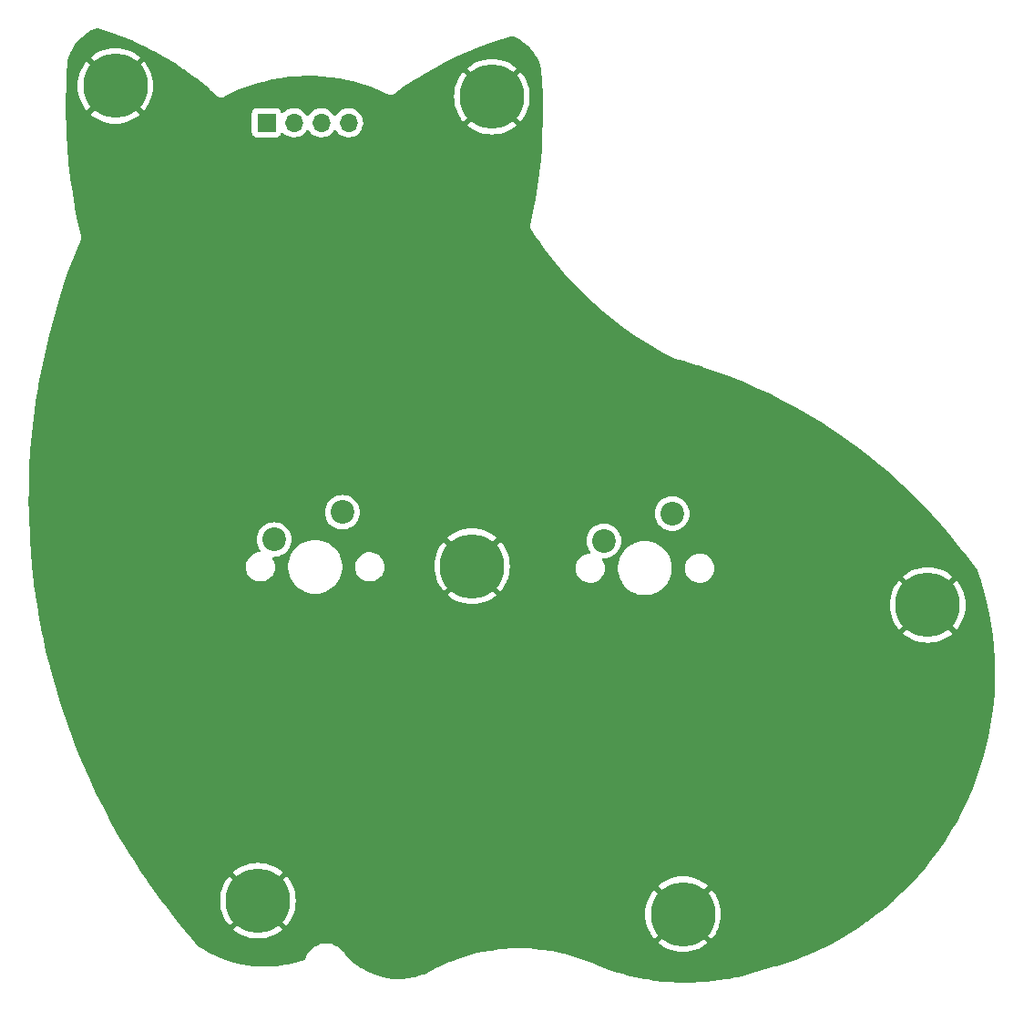
<source format=gbr>
%TF.GenerationSoftware,KiCad,Pcbnew,(6.0.9)*%
%TF.CreationDate,2022-12-26T12:39:24-05:00*%
%TF.ProjectId,Kitty_PCB,4b697474-795f-4504-9342-2e6b69636164,rev?*%
%TF.SameCoordinates,Original*%
%TF.FileFunction,Copper,L2,Bot*%
%TF.FilePolarity,Positive*%
%FSLAX46Y46*%
G04 Gerber Fmt 4.6, Leading zero omitted, Abs format (unit mm)*
G04 Created by KiCad (PCBNEW (6.0.9)) date 2022-12-26 12:39:24*
%MOMM*%
%LPD*%
G01*
G04 APERTURE LIST*
%TA.AperFunction,ComponentPad*%
%ADD10C,0.800000*%
%TD*%
%TA.AperFunction,ComponentPad*%
%ADD11C,6.000000*%
%TD*%
%TA.AperFunction,ComponentPad*%
%ADD12C,2.200000*%
%TD*%
%TA.AperFunction,ComponentPad*%
%ADD13R,1.700000X1.700000*%
%TD*%
%TA.AperFunction,ComponentPad*%
%ADD14O,1.700000X1.700000*%
%TD*%
G04 APERTURE END LIST*
D10*
%TO.P,H2,1,1*%
%TO.N,GND*%
X147840990Y-58840990D03*
X148500000Y-57250000D03*
X144659010Y-55659010D03*
X144659010Y-58840990D03*
X146250000Y-55000000D03*
X146250000Y-59500000D03*
X147840990Y-55659010D03*
D11*
X146250000Y-57250000D03*
D10*
X144000000Y-57250000D03*
%TD*%
D12*
%TO.P,SW2,2,2*%
%TO.N,Net-(J1-Pad3)*%
X156650000Y-98540000D03*
%TO.P,SW2,1,1*%
%TO.N,Net-(J1-Pad4)*%
X163000000Y-96000000D03*
%TD*%
D10*
%TO.P,H1,1,1*%
%TO.N,GND*%
X109659010Y-54659010D03*
X109659010Y-57840990D03*
X111250000Y-54000000D03*
X112840990Y-54659010D03*
X111250000Y-58500000D03*
D11*
X111250000Y-56250000D03*
D10*
X112840990Y-57840990D03*
X113500000Y-56250000D03*
X109000000Y-56250000D03*
%TD*%
D13*
%TO.P,J1,1,Pin_1*%
%TO.N,Net-(J1-Pad1)*%
X125300000Y-59675000D03*
D14*
%TO.P,J1,2,Pin_2*%
%TO.N,Net-(J1-Pad2)*%
X127840000Y-59675000D03*
%TO.P,J1,3,Pin_3*%
%TO.N,Net-(J1-Pad3)*%
X130380000Y-59675000D03*
%TO.P,J1,4,Pin_4*%
%TO.N,Net-(J1-Pad4)*%
X132920000Y-59675000D03*
%TD*%
D12*
%TO.P,SW1,1,1*%
%TO.N,Net-(J1-Pad2)*%
X132360000Y-95880000D03*
%TO.P,SW1,2,2*%
%TO.N,Net-(J1-Pad1)*%
X126010000Y-98420000D03*
%TD*%
D10*
%TO.P,H4,1,1*%
%TO.N,GND*%
X164000000Y-131000000D03*
X161750000Y-133250000D03*
X162409010Y-131659010D03*
X164000000Y-135500000D03*
D11*
X164000000Y-133250000D03*
D10*
X162409010Y-134840990D03*
X165590990Y-134840990D03*
X165590990Y-131659010D03*
X166250000Y-133250000D03*
%TD*%
%TO.P,H5,1,1*%
%TO.N,GND*%
X126090990Y-133590990D03*
X126090990Y-130409010D03*
X126750000Y-132000000D03*
X122909010Y-133590990D03*
X124500000Y-134250000D03*
D11*
X124500000Y-132000000D03*
D10*
X124500000Y-129750000D03*
X122909010Y-130409010D03*
X122250000Y-132000000D03*
%TD*%
%TO.P,H6,1,1*%
%TO.N,GND*%
X145990990Y-102490990D03*
X142150000Y-100900000D03*
X145990990Y-99309010D03*
X144400000Y-103150000D03*
X142809010Y-102490990D03*
X144400000Y-98650000D03*
D11*
X144400000Y-100900000D03*
D10*
X146650000Y-100900000D03*
X142809010Y-99309010D03*
%TD*%
%TO.P,H3,1,1*%
%TO.N,GND*%
X189000000Y-104500000D03*
X184500000Y-104500000D03*
X186750000Y-106750000D03*
X186750000Y-102250000D03*
X188340990Y-102909010D03*
X188340990Y-106090990D03*
X185159010Y-102909010D03*
D11*
X186750000Y-104500000D03*
D10*
X185159010Y-106090990D03*
%TD*%
%TA.AperFunction,Conductor*%
%TO.N,GND*%
G36*
X110398955Y-51114797D02*
G01*
X110403247Y-51116206D01*
X111350092Y-51446006D01*
X111354291Y-51447554D01*
X112288684Y-51811078D01*
X112292844Y-51812783D01*
X112781066Y-52023173D01*
X113213600Y-52209566D01*
X113217716Y-52211428D01*
X114123640Y-52640957D01*
X114127686Y-52642965D01*
X114456250Y-52813433D01*
X114993019Y-53091924D01*
X115017630Y-53104693D01*
X115021593Y-53106840D01*
X115894415Y-53600174D01*
X115898302Y-53602464D01*
X116752923Y-54126799D01*
X116756679Y-54129198D01*
X117574900Y-54672506D01*
X117591930Y-54683814D01*
X117595635Y-54686371D01*
X118410475Y-55270580D01*
X118414072Y-55273258D01*
X118797964Y-55569894D01*
X119207428Y-55886289D01*
X119210953Y-55889115D01*
X119242721Y-55915534D01*
X119965316Y-56516463D01*
X119981811Y-56530181D01*
X119985222Y-56533122D01*
X120176496Y-56704154D01*
X120699752Y-57172036D01*
X120714618Y-57187835D01*
X120718915Y-57193271D01*
X120726181Y-57202465D01*
X120736963Y-57210122D01*
X120754811Y-57225498D01*
X120763975Y-57235025D01*
X120800405Y-57255900D01*
X120810696Y-57262481D01*
X120824363Y-57272186D01*
X120844941Y-57286799D01*
X120853420Y-57289731D01*
X120853425Y-57289734D01*
X120857437Y-57291121D01*
X120878896Y-57300876D01*
X120890355Y-57307443D01*
X120899084Y-57309541D01*
X120899087Y-57309542D01*
X120931178Y-57317255D01*
X120942917Y-57320687D01*
X120974115Y-57331477D01*
X120974119Y-57331478D01*
X120982597Y-57334410D01*
X120995593Y-57335041D01*
X120995799Y-57335051D01*
X121019128Y-57338390D01*
X121031980Y-57341479D01*
X121040942Y-57341043D01*
X121040943Y-57341043D01*
X121073906Y-57339439D01*
X121086139Y-57339438D01*
X121119117Y-57341039D01*
X121119119Y-57341039D01*
X121128084Y-57341474D01*
X121136811Y-57339376D01*
X121136817Y-57339375D01*
X121140941Y-57338383D01*
X121164263Y-57335041D01*
X121168500Y-57334835D01*
X121168504Y-57334834D01*
X121177465Y-57334398D01*
X121217141Y-57320670D01*
X121228874Y-57317238D01*
X121269704Y-57307420D01*
X121277492Y-57302956D01*
X121277495Y-57302955D01*
X121281176Y-57300845D01*
X121302627Y-57291091D01*
X121306635Y-57289704D01*
X121306637Y-57289703D01*
X121315116Y-57286769D01*
X121335654Y-57272181D01*
X121352224Y-57262231D01*
X121357522Y-57259580D01*
X121370069Y-57253301D01*
X142737359Y-57253301D01*
X142756257Y-57613896D01*
X142756945Y-57620440D01*
X142813433Y-57977099D01*
X142814802Y-57983537D01*
X142908260Y-58332328D01*
X142910300Y-58338605D01*
X143039704Y-58675714D01*
X143042380Y-58681725D01*
X143206317Y-59003468D01*
X143209613Y-59009177D01*
X143406279Y-59312016D01*
X143410146Y-59317338D01*
X143583678Y-59531634D01*
X143595933Y-59540100D01*
X143607024Y-59533766D01*
X145877978Y-57262812D01*
X145884356Y-57251132D01*
X146614408Y-57251132D01*
X146614539Y-57252965D01*
X146618790Y-57259580D01*
X148892110Y-59532900D01*
X148905186Y-59540040D01*
X148915554Y-59532582D01*
X149089854Y-59317338D01*
X149093721Y-59312016D01*
X149290387Y-59009177D01*
X149293683Y-59003468D01*
X149457620Y-58681725D01*
X149460296Y-58675714D01*
X149589700Y-58338605D01*
X149591740Y-58332328D01*
X149685198Y-57983537D01*
X149686567Y-57977099D01*
X149743055Y-57620440D01*
X149743743Y-57613896D01*
X149762641Y-57253301D01*
X149762641Y-57246699D01*
X149743743Y-56886104D01*
X149743055Y-56879560D01*
X149686567Y-56522901D01*
X149685198Y-56516463D01*
X149591740Y-56167672D01*
X149589700Y-56161395D01*
X149460296Y-55824286D01*
X149457620Y-55818275D01*
X149293683Y-55496532D01*
X149290387Y-55490823D01*
X149093721Y-55187984D01*
X149089854Y-55182662D01*
X148916322Y-54968366D01*
X148904067Y-54959900D01*
X148892976Y-54966234D01*
X146622022Y-57237188D01*
X146614408Y-57251132D01*
X145884356Y-57251132D01*
X145885592Y-57248868D01*
X145885461Y-57247035D01*
X145881210Y-57240420D01*
X143607890Y-54967100D01*
X143594814Y-54959960D01*
X143584446Y-54967418D01*
X143410146Y-55182662D01*
X143406279Y-55187984D01*
X143209613Y-55490823D01*
X143206317Y-55496532D01*
X143042380Y-55818275D01*
X143039704Y-55824286D01*
X142910300Y-56161395D01*
X142908260Y-56167672D01*
X142814802Y-56516463D01*
X142813433Y-56522901D01*
X142756945Y-56879560D01*
X142756257Y-56886104D01*
X142737359Y-57246699D01*
X142737359Y-57253301D01*
X121370069Y-57253301D01*
X121706179Y-57085098D01*
X122025191Y-56925452D01*
X122030566Y-56922918D01*
X122750743Y-56604043D01*
X122756199Y-56601780D01*
X123490593Y-56317226D01*
X123496155Y-56315220D01*
X124243159Y-56065608D01*
X124248840Y-56063858D01*
X124508440Y-55990524D01*
X125006770Y-55849752D01*
X125012509Y-55848276D01*
X125779697Y-55670147D01*
X125785496Y-55668944D01*
X126560216Y-55527191D01*
X126566067Y-55526261D01*
X127346638Y-55421193D01*
X127352515Y-55420543D01*
X128137187Y-55352397D01*
X128143088Y-55352025D01*
X128872871Y-55323215D01*
X128930066Y-55320957D01*
X128936008Y-55320863D01*
X129104747Y-55322165D01*
X129723561Y-55326938D01*
X129729495Y-55327124D01*
X130515895Y-55370329D01*
X130521818Y-55370795D01*
X131305282Y-55451032D01*
X131311178Y-55451776D01*
X132090023Y-55568872D01*
X132095877Y-55569894D01*
X132484466Y-55647208D01*
X132868332Y-55723584D01*
X132874098Y-55724873D01*
X133638466Y-55914822D01*
X133644153Y-55916379D01*
X134398710Y-56142158D01*
X134404343Y-56143989D01*
X134974316Y-56344272D01*
X135147397Y-56405091D01*
X135152954Y-56407192D01*
X135882879Y-56703047D01*
X135888293Y-56705391D01*
X136262381Y-56877978D01*
X136549677Y-57010523D01*
X136559735Y-57015724D01*
X136566726Y-57019747D01*
X136573791Y-57025280D01*
X136582126Y-57028608D01*
X136586439Y-57031090D01*
X136590872Y-57033331D01*
X136598229Y-57038476D01*
X136606731Y-57041348D01*
X136606732Y-57041349D01*
X136650992Y-57056302D01*
X136657381Y-57058655D01*
X136709065Y-57079291D01*
X136717999Y-57080146D01*
X136722842Y-57081319D01*
X136727716Y-57082224D01*
X136736223Y-57085098D01*
X136769110Y-57086458D01*
X136791852Y-57087398D01*
X136798648Y-57087863D01*
X136845124Y-57092310D01*
X136854060Y-57093165D01*
X136862875Y-57091478D01*
X136867833Y-57091246D01*
X136872785Y-57090744D01*
X136881757Y-57091115D01*
X136935802Y-57077708D01*
X136942441Y-57076251D01*
X136988307Y-57067473D01*
X136988308Y-57067473D01*
X136997121Y-57065786D01*
X137005107Y-57061693D01*
X137009802Y-57060078D01*
X137014415Y-57058207D01*
X137023130Y-57056045D01*
X137030885Y-57051526D01*
X137030889Y-57051524D01*
X137065070Y-57031604D01*
X137071238Y-57028009D01*
X137077181Y-57024757D01*
X137126748Y-56999355D01*
X137133264Y-56993186D01*
X137137299Y-56990331D01*
X137141220Y-56987225D01*
X137148976Y-56982705D01*
X137155668Y-56975645D01*
X137174695Y-56959218D01*
X138050274Y-56344272D01*
X138053558Y-56342041D01*
X138993348Y-55725278D01*
X138996702Y-55723152D01*
X139441277Y-55451032D01*
X139955464Y-55136304D01*
X139958849Y-55134305D01*
X140904066Y-54595933D01*
X143959900Y-54595933D01*
X143966234Y-54607024D01*
X146237188Y-56877978D01*
X146251132Y-56885592D01*
X146252965Y-56885461D01*
X146259580Y-56881210D01*
X148532900Y-54607890D01*
X148540040Y-54594814D01*
X148532582Y-54584446D01*
X148317338Y-54410146D01*
X148312016Y-54406279D01*
X148009177Y-54209613D01*
X148003468Y-54206317D01*
X147681725Y-54042380D01*
X147675714Y-54039704D01*
X147338605Y-53910300D01*
X147332328Y-53908260D01*
X146983537Y-53814802D01*
X146977099Y-53813433D01*
X146620440Y-53756945D01*
X146613896Y-53756257D01*
X146253301Y-53737359D01*
X146246699Y-53737359D01*
X145886104Y-53756257D01*
X145879560Y-53756945D01*
X145522901Y-53813433D01*
X145516463Y-53814802D01*
X145167672Y-53908260D01*
X145161395Y-53910300D01*
X144824286Y-54039704D01*
X144818275Y-54042380D01*
X144496532Y-54206317D01*
X144490823Y-54209613D01*
X144187984Y-54406279D01*
X144182662Y-54410146D01*
X143968366Y-54583678D01*
X143959900Y-54595933D01*
X140904066Y-54595933D01*
X140935618Y-54577962D01*
X140939052Y-54576077D01*
X141932921Y-54050758D01*
X141936458Y-54048960D01*
X141955391Y-54039704D01*
X142946328Y-53555244D01*
X142949857Y-53553588D01*
X143974813Y-53091924D01*
X143978457Y-53090351D01*
X145017395Y-52661234D01*
X145021088Y-52659776D01*
X146073051Y-52263599D01*
X146076789Y-52262258D01*
X147140718Y-51899423D01*
X147144496Y-51898201D01*
X148033629Y-51625933D01*
X148111083Y-51627118D01*
X148176803Y-51649464D01*
X148285101Y-51686288D01*
X148295634Y-51690406D01*
X148494129Y-51778501D01*
X148625432Y-51836775D01*
X148635569Y-51841831D01*
X148828675Y-51949247D01*
X148924349Y-52002466D01*
X148950885Y-52017227D01*
X148960524Y-52023171D01*
X149126636Y-52136223D01*
X149258823Y-52226187D01*
X149267878Y-52232965D01*
X149505097Y-52427759D01*
X149546731Y-52461947D01*
X149555153Y-52469522D01*
X149598563Y-52512247D01*
X149812317Y-52722629D01*
X149820017Y-52730921D01*
X150053412Y-53006109D01*
X150060343Y-53015069D01*
X150268059Y-53310079D01*
X150274158Y-53319625D01*
X150454548Y-53632115D01*
X150459765Y-53642171D01*
X150610201Y-53967100D01*
X150611354Y-53969591D01*
X150615645Y-53980069D01*
X150669018Y-54129214D01*
X150737223Y-54319806D01*
X150740555Y-54330631D01*
X150812226Y-54607024D01*
X150821652Y-54643373D01*
X150825499Y-54668156D01*
X150826160Y-54680316D01*
X150827455Y-54683990D01*
X150828004Y-54688059D01*
X150908577Y-55807195D01*
X150911085Y-55842024D01*
X150911272Y-55845183D01*
X150967676Y-57057392D01*
X150968008Y-57064521D01*
X150968116Y-57067702D01*
X150973460Y-57320687D01*
X150993895Y-58288066D01*
X150993922Y-58291263D01*
X150991555Y-58847617D01*
X150989004Y-59447342D01*
X150988729Y-59511874D01*
X150988675Y-59515059D01*
X150988121Y-59533766D01*
X150952512Y-60735199D01*
X150952376Y-60738393D01*
X150885271Y-61957134D01*
X150885055Y-61960324D01*
X150787046Y-63177017D01*
X150786749Y-63180201D01*
X150657899Y-64394019D01*
X150657521Y-64397193D01*
X150497919Y-65607320D01*
X150497461Y-65610485D01*
X150307202Y-66816196D01*
X150306665Y-66819340D01*
X150103244Y-67925404D01*
X150085868Y-68019881D01*
X150085249Y-68023018D01*
X149847215Y-69155013D01*
X149844060Y-69167038D01*
X149844023Y-69167156D01*
X149840135Y-69175241D01*
X149838672Y-69184093D01*
X149835968Y-69192655D01*
X149835960Y-69192653D01*
X149835393Y-69194709D01*
X149835402Y-69194711D01*
X149833338Y-69203441D01*
X149830053Y-69211800D01*
X149829247Y-69220743D01*
X149825617Y-69260998D01*
X149824444Y-69270199D01*
X149816389Y-69318950D01*
X149817470Y-69327862D01*
X149817277Y-69336838D01*
X149817269Y-69336838D01*
X149817301Y-69338962D01*
X149817310Y-69338962D01*
X149817780Y-69347932D01*
X149816974Y-69356869D01*
X149826520Y-69405307D01*
X149827980Y-69414491D01*
X149833932Y-69463547D01*
X149837470Y-69471796D01*
X149839804Y-69480465D01*
X149839797Y-69480467D01*
X149840427Y-69482505D01*
X149840435Y-69482502D01*
X149843402Y-69490976D01*
X149845137Y-69499778D01*
X149849272Y-69507738D01*
X149849274Y-69507745D01*
X149867899Y-69543603D01*
X149871879Y-69552008D01*
X149891354Y-69597409D01*
X149894681Y-69602719D01*
X149895440Y-69603931D01*
X149895444Y-69603936D01*
X149898019Y-69608046D01*
X149900636Y-69611065D01*
X149902566Y-69613811D01*
X149910690Y-69625986D01*
X149912276Y-69629039D01*
X149913372Y-69630184D01*
X149913563Y-69630730D01*
X149913766Y-69630595D01*
X150522863Y-70543459D01*
X150523449Y-70544278D01*
X150523466Y-70544302D01*
X150541852Y-70569980D01*
X151177745Y-71458082D01*
X151862443Y-72350603D01*
X152576212Y-73220051D01*
X153318274Y-74065479D01*
X154087822Y-74885967D01*
X154088550Y-74886694D01*
X154088563Y-74886707D01*
X154883296Y-75679901D01*
X154883314Y-75679919D01*
X154884019Y-75680622D01*
X155189815Y-75966321D01*
X155705248Y-76447880D01*
X155705273Y-76447903D01*
X155705997Y-76448579D01*
X155706764Y-76449249D01*
X155706791Y-76449274D01*
X156552055Y-77188296D01*
X156552075Y-77188313D01*
X156552862Y-77189001D01*
X156553687Y-77189675D01*
X156553691Y-77189679D01*
X157422877Y-77900419D01*
X157422899Y-77900437D01*
X157423691Y-77901084D01*
X158317537Y-78584051D01*
X158318363Y-78584640D01*
X158900200Y-78999540D01*
X159233427Y-79237160D01*
X159234295Y-79237736D01*
X159234307Y-79237745D01*
X160169487Y-79859115D01*
X160169503Y-79859125D01*
X160170365Y-79859698D01*
X161127328Y-80450990D01*
X161128213Y-80451498D01*
X161128226Y-80451505D01*
X162102384Y-81009878D01*
X162102403Y-81009889D01*
X162103278Y-81010390D01*
X162104197Y-81010877D01*
X163079029Y-81527684D01*
X163083425Y-81530224D01*
X163085776Y-81531965D01*
X163091150Y-81534784D01*
X163092576Y-81535533D01*
X163092580Y-81535535D01*
X163096892Y-81537797D01*
X163139021Y-81552168D01*
X163149479Y-81556265D01*
X163181946Y-81570684D01*
X163181948Y-81570685D01*
X163190152Y-81574328D01*
X163200737Y-81575749D01*
X163224636Y-81581373D01*
X163226250Y-81581924D01*
X163226258Y-81581926D01*
X163234750Y-81584822D01*
X163243717Y-81585219D01*
X163250165Y-81586435D01*
X163261243Y-81589048D01*
X164083031Y-81822588D01*
X164497363Y-81940335D01*
X164500598Y-81941302D01*
X165341470Y-82204815D01*
X165788409Y-82344877D01*
X165791591Y-82345921D01*
X166095492Y-82450180D01*
X167068125Y-82783861D01*
X167071304Y-82784999D01*
X168335675Y-83257003D01*
X168338782Y-83258210D01*
X168943645Y-83502674D01*
X169590061Y-83763932D01*
X169593175Y-83765240D01*
X170830391Y-84304286D01*
X170833468Y-84305676D01*
X172055809Y-84877690D01*
X172058848Y-84879162D01*
X173265420Y-85483726D01*
X173268419Y-85485279D01*
X174458394Y-86121980D01*
X174461306Y-86123589D01*
X175633785Y-86791947D01*
X175636658Y-86793636D01*
X176091306Y-87069202D01*
X176790817Y-87493182D01*
X176793681Y-87494971D01*
X177928659Y-88225181D01*
X177931438Y-88227022D01*
X178685239Y-88741069D01*
X179046448Y-88987392D01*
X179049212Y-88989332D01*
X180143412Y-89779285D01*
X180146123Y-89781298D01*
X181218755Y-90600285D01*
X181221412Y-90602370D01*
X182271759Y-91449846D01*
X182274358Y-91452002D01*
X183301552Y-92327266D01*
X183304093Y-92329490D01*
X184307518Y-93232017D01*
X184309991Y-93234302D01*
X184375903Y-93296862D01*
X185288835Y-94163362D01*
X185291253Y-94165719D01*
X186244860Y-95120688D01*
X186247214Y-95123109D01*
X187174906Y-96103309D01*
X187177194Y-96105793D01*
X187994555Y-97017142D01*
X188078253Y-97110465D01*
X188080474Y-97113009D01*
X188954290Y-98141473D01*
X188956442Y-98144075D01*
X189215720Y-98466359D01*
X189802441Y-99195659D01*
X189804477Y-99198260D01*
X190160206Y-99665541D01*
X190621955Y-100272089D01*
X190623964Y-100274803D01*
X191362003Y-101300173D01*
X191379059Y-101333298D01*
X191601390Y-101988605D01*
X191678620Y-102216234D01*
X191688102Y-102244183D01*
X191689518Y-102248626D01*
X191988444Y-103250072D01*
X191989695Y-103254564D01*
X192251363Y-104266401D01*
X192252447Y-104270937D01*
X192476495Y-105291771D01*
X192477408Y-105296333D01*
X192555092Y-105725592D01*
X192663526Y-106324760D01*
X192664271Y-106329363D01*
X192812201Y-107363942D01*
X192812776Y-107368570D01*
X192922323Y-108407942D01*
X192922726Y-108412588D01*
X192993735Y-109455288D01*
X192993966Y-109459946D01*
X193026343Y-110504578D01*
X193026401Y-110509241D01*
X193020098Y-111554354D01*
X193019983Y-111559016D01*
X192975011Y-112603157D01*
X192974724Y-112607811D01*
X192891146Y-113649556D01*
X192890688Y-113654197D01*
X192768610Y-114692204D01*
X192767979Y-114696825D01*
X192607582Y-115729552D01*
X192606781Y-115734146D01*
X192408277Y-116760231D01*
X192407307Y-116764792D01*
X192170968Y-117782830D01*
X192169830Y-117787353D01*
X191895975Y-118795973D01*
X191894670Y-118800450D01*
X191583679Y-119798241D01*
X191582209Y-119802666D01*
X191304112Y-120590966D01*
X191234515Y-120788246D01*
X191232882Y-120792615D01*
X190848954Y-121764655D01*
X190847161Y-121768960D01*
X190427521Y-122726140D01*
X190425570Y-122730375D01*
X189971999Y-123668884D01*
X189970799Y-123671366D01*
X189968692Y-123675527D01*
X189479410Y-124599045D01*
X189477151Y-124603124D01*
X188954046Y-125507877D01*
X188951638Y-125511871D01*
X188395376Y-126396702D01*
X188392821Y-126400603D01*
X187804227Y-127264200D01*
X187801530Y-127268004D01*
X187181375Y-128109238D01*
X187178539Y-128112940D01*
X186744489Y-128658260D01*
X186527671Y-128930659D01*
X186524699Y-128934254D01*
X185844025Y-129727319D01*
X185840923Y-129730800D01*
X185131353Y-130498149D01*
X185128126Y-130501512D01*
X185045538Y-130584446D01*
X184390671Y-131242054D01*
X184387320Y-131245297D01*
X183622954Y-131958053D01*
X183619485Y-131961170D01*
X183480326Y-132081621D01*
X182829243Y-132645175D01*
X182825693Y-132648134D01*
X182485768Y-132921026D01*
X182010699Y-133302410D01*
X182007009Y-133305262D01*
X181168360Y-133928936D01*
X181164574Y-133931644D01*
X181089115Y-133983537D01*
X180303436Y-134523844D01*
X180299546Y-134526415D01*
X179417053Y-135086363D01*
X179413069Y-135088788D01*
X178510497Y-135615674D01*
X178506427Y-135617950D01*
X177584971Y-136111078D01*
X177580824Y-136113200D01*
X176641711Y-136571912D01*
X176637513Y-136573867D01*
X175682091Y-136997503D01*
X175677804Y-136999310D01*
X175054625Y-137248461D01*
X174707357Y-137387301D01*
X174702995Y-137388952D01*
X173718849Y-137740769D01*
X173714461Y-137742247D01*
X173455057Y-137824288D01*
X172717980Y-138057401D01*
X172713508Y-138058725D01*
X172425050Y-138138341D01*
X171748464Y-138325082D01*
X171727062Y-138329038D01*
X171708596Y-138330822D01*
X171700266Y-138334157D01*
X171699022Y-138334655D01*
X171675294Y-138341545D01*
X171665158Y-138343436D01*
X171657152Y-138347492D01*
X171657151Y-138347492D01*
X171641809Y-138355263D01*
X171624407Y-138362498D01*
X170833805Y-138623759D01*
X170829060Y-138625224D01*
X169994161Y-138865073D01*
X169989362Y-138866350D01*
X169818707Y-138908172D01*
X169145624Y-139073122D01*
X169140799Y-139074204D01*
X168777483Y-139148197D01*
X168289612Y-139247557D01*
X168284727Y-139248452D01*
X167839811Y-139320937D01*
X167427351Y-139388133D01*
X167422464Y-139388831D01*
X166760677Y-139470027D01*
X166560250Y-139494618D01*
X166555310Y-139495126D01*
X166359366Y-139511361D01*
X165689575Y-139566856D01*
X165684635Y-139567168D01*
X164816757Y-139604727D01*
X164811842Y-139604842D01*
X164380899Y-139606495D01*
X163943146Y-139608174D01*
X163938181Y-139608095D01*
X163334367Y-139586602D01*
X163070065Y-139577193D01*
X163065128Y-139576921D01*
X162743956Y-139552788D01*
X162198867Y-139511831D01*
X162193923Y-139511361D01*
X161330942Y-139412192D01*
X161326021Y-139411528D01*
X160753866Y-139322814D01*
X160467605Y-139278428D01*
X160462746Y-139277577D01*
X159610197Y-139110745D01*
X159605346Y-139109695D01*
X158760098Y-138909412D01*
X158755289Y-138908172D01*
X158410898Y-138812089D01*
X157918568Y-138674732D01*
X157913839Y-138673312D01*
X157086920Y-138407066D01*
X157082282Y-138405471D01*
X156330065Y-138130117D01*
X156314138Y-138122531D01*
X156314060Y-138122689D01*
X156307175Y-138119271D01*
X156302816Y-138117107D01*
X156298872Y-138115859D01*
X156296523Y-138114854D01*
X156281462Y-138108031D01*
X156273818Y-138104568D01*
X156271903Y-138103459D01*
X156271772Y-138103427D01*
X156270926Y-138102759D01*
X156270738Y-138103173D01*
X155572342Y-137786790D01*
X155570972Y-137786245D01*
X155570954Y-137786237D01*
X155034316Y-137572626D01*
X154827508Y-137490305D01*
X154069689Y-137228785D01*
X153300527Y-137002796D01*
X152922383Y-136910561D01*
X152523095Y-136813169D01*
X152523077Y-136813165D01*
X152521687Y-136812826D01*
X152520289Y-136812553D01*
X152520279Y-136812551D01*
X152238422Y-136757551D01*
X151734853Y-136659287D01*
X151733442Y-136659079D01*
X151733423Y-136659076D01*
X150943192Y-136542727D01*
X150943175Y-136542725D01*
X150941729Y-136542512D01*
X150940276Y-136542367D01*
X150940262Y-136542365D01*
X150145483Y-136462898D01*
X150145484Y-136462898D01*
X150144033Y-136462753D01*
X150142579Y-136462676D01*
X150142570Y-136462675D01*
X149820060Y-136445525D01*
X149343490Y-136420183D01*
X149342016Y-136420173D01*
X149342007Y-136420173D01*
X148960320Y-136417655D01*
X148541833Y-136414893D01*
X148540390Y-136414951D01*
X148540369Y-136414951D01*
X148141791Y-136430876D01*
X147740798Y-136446896D01*
X147557852Y-136462753D01*
X146943592Y-136515994D01*
X146943578Y-136515996D01*
X146942119Y-136516122D01*
X146940658Y-136516317D01*
X146940653Y-136516318D01*
X146562077Y-136566963D01*
X146147523Y-136622421D01*
X146146076Y-136622684D01*
X146146067Y-136622685D01*
X145360179Y-136765300D01*
X145360162Y-136765304D01*
X145358732Y-136765563D01*
X144577452Y-136945239D01*
X144576074Y-136945624D01*
X144576063Y-136945627D01*
X144320336Y-137017111D01*
X143805375Y-137161059D01*
X143803968Y-137161524D01*
X143045578Y-137412092D01*
X143045560Y-137412098D01*
X143044172Y-137412557D01*
X143042794Y-137413085D01*
X143042790Y-137413086D01*
X142688081Y-137548885D01*
X142295490Y-137699187D01*
X141560950Y-138020329D01*
X140861524Y-138365719D01*
X140856550Y-138367973D01*
X140853074Y-138369107D01*
X140848721Y-138371317D01*
X140846232Y-138372580D01*
X140846229Y-138372582D01*
X140841881Y-138374789D01*
X140837928Y-138377636D01*
X140833768Y-138380169D01*
X140833756Y-138380149D01*
X140832042Y-138381252D01*
X140824898Y-138384084D01*
X140817819Y-138389599D01*
X140817818Y-138389600D01*
X140807693Y-138397489D01*
X140789969Y-138409046D01*
X140396144Y-138621012D01*
X140387525Y-138625236D01*
X139949720Y-138819467D01*
X139940804Y-138823023D01*
X139825266Y-138864070D01*
X139489459Y-138983370D01*
X139480319Y-138986230D01*
X139156343Y-139074206D01*
X139018097Y-139111747D01*
X139008744Y-139113908D01*
X138902458Y-139134234D01*
X138538310Y-139203873D01*
X138528831Y-139205314D01*
X138396212Y-139220332D01*
X138052904Y-139259206D01*
X138043332Y-139259922D01*
X137794949Y-139269006D01*
X137564680Y-139277427D01*
X137555104Y-139277412D01*
X137178412Y-139262470D01*
X137076507Y-139258428D01*
X137066937Y-139257682D01*
X136591205Y-139202323D01*
X136581720Y-139200852D01*
X136111554Y-139109432D01*
X136102208Y-139107242D01*
X135640380Y-138980298D01*
X135631228Y-138977403D01*
X135180406Y-138815672D01*
X135171501Y-138812089D01*
X134734294Y-138616505D01*
X134725687Y-138612254D01*
X134304647Y-138383959D01*
X134296389Y-138379066D01*
X133929274Y-138142175D01*
X133893930Y-138119368D01*
X133886073Y-138113863D01*
X133504556Y-137824284D01*
X133497159Y-137818212D01*
X133138801Y-137500436D01*
X133131867Y-137493799D01*
X132798728Y-137149652D01*
X132792320Y-137142506D01*
X132637369Y-136955887D01*
X132516896Y-136810792D01*
X132504401Y-136791843D01*
X132504258Y-136791931D01*
X132501711Y-136787780D01*
X132499495Y-136783451D01*
X132496305Y-136779054D01*
X132494988Y-136777237D01*
X132494983Y-136777231D01*
X132492124Y-136773290D01*
X132491606Y-136772769D01*
X132491252Y-136772121D01*
X132487073Y-136767937D01*
X132485933Y-136766598D01*
X132481635Y-136761943D01*
X132318020Y-136570159D01*
X132318017Y-136570156D01*
X132315293Y-136566963D01*
X132151760Y-136420183D01*
X132116217Y-136388281D01*
X132116212Y-136388277D01*
X132113099Y-136385483D01*
X131888621Y-136232425D01*
X131645825Y-136110494D01*
X131389001Y-136021844D01*
X131384898Y-136021015D01*
X131126788Y-135968869D01*
X131126783Y-135968868D01*
X131122688Y-135968041D01*
X130851592Y-135950037D01*
X130847416Y-135950316D01*
X130847412Y-135950316D01*
X130584676Y-135967870D01*
X130584673Y-135967870D01*
X130580503Y-135968149D01*
X130314212Y-136022058D01*
X130157173Y-136076335D01*
X130061389Y-136109440D01*
X130061386Y-136109441D01*
X130057423Y-136110811D01*
X130053672Y-136112696D01*
X130053671Y-136112697D01*
X129818423Y-136230955D01*
X129818418Y-136230958D01*
X129814676Y-136232839D01*
X129811217Y-136235199D01*
X129811211Y-136235203D01*
X129594454Y-136383124D01*
X129590259Y-136385987D01*
X129388137Y-136567547D01*
X129211883Y-136774313D01*
X129209609Y-136777838D01*
X129209607Y-136777841D01*
X129179450Y-136824594D01*
X129064612Y-137002629D01*
X129062830Y-137006416D01*
X128957662Y-137229894D01*
X128948924Y-137248461D01*
X128906559Y-137382183D01*
X128903477Y-137391910D01*
X128863835Y-137450808D01*
X128826426Y-137472266D01*
X128550411Y-137572632D01*
X128543485Y-137574925D01*
X128240399Y-137665600D01*
X127943448Y-137754439D01*
X127936407Y-137756325D01*
X127326982Y-137900710D01*
X127319832Y-137902187D01*
X127072831Y-137945748D01*
X126703067Y-138010960D01*
X126695829Y-138012021D01*
X126663043Y-138015858D01*
X126073782Y-138084820D01*
X126066515Y-138085457D01*
X125782599Y-138102067D01*
X125441293Y-138122034D01*
X125433981Y-138122249D01*
X125119861Y-138122366D01*
X124807685Y-138122482D01*
X124800395Y-138122272D01*
X124175150Y-138086159D01*
X124167889Y-138085528D01*
X123545761Y-138013187D01*
X123538539Y-138012133D01*
X123101080Y-137935317D01*
X122921692Y-137903817D01*
X122914527Y-137902343D01*
X122697392Y-137851069D01*
X122305002Y-137758410D01*
X122297957Y-137756529D01*
X121697810Y-137577467D01*
X121690868Y-137575175D01*
X121687302Y-137573881D01*
X121117671Y-137367226D01*
X121102133Y-137361589D01*
X121095332Y-137358896D01*
X120847798Y-137252460D01*
X120519962Y-137111495D01*
X120513359Y-137108425D01*
X119953327Y-136828057D01*
X119946884Y-136824594D01*
X119846111Y-136766598D01*
X119404073Y-136512201D01*
X119397864Y-136508384D01*
X118933353Y-136203864D01*
X118907102Y-136180877D01*
X118848183Y-136112697D01*
X118668856Y-135905186D01*
X161709960Y-135905186D01*
X161717418Y-135915554D01*
X161932662Y-136089854D01*
X161937984Y-136093721D01*
X162240823Y-136290387D01*
X162246532Y-136293683D01*
X162568275Y-136457620D01*
X162574286Y-136460296D01*
X162911395Y-136589700D01*
X162917672Y-136591740D01*
X163266463Y-136685198D01*
X163272901Y-136686567D01*
X163629560Y-136743055D01*
X163636104Y-136743743D01*
X163996699Y-136762641D01*
X164003301Y-136762641D01*
X164363896Y-136743743D01*
X164370440Y-136743055D01*
X164727099Y-136686567D01*
X164733537Y-136685198D01*
X165082328Y-136591740D01*
X165088605Y-136589700D01*
X165425714Y-136460296D01*
X165431725Y-136457620D01*
X165753468Y-136293683D01*
X165759177Y-136290387D01*
X166062016Y-136093721D01*
X166067338Y-136089854D01*
X166281634Y-135916322D01*
X166290100Y-135904067D01*
X166283766Y-135892976D01*
X164012812Y-133622022D01*
X163998868Y-133614408D01*
X163997035Y-133614539D01*
X163990420Y-133618790D01*
X161717100Y-135892110D01*
X161709960Y-135905186D01*
X118668856Y-135905186D01*
X117941042Y-135062985D01*
X117939032Y-135060599D01*
X117925135Y-135043683D01*
X117605958Y-134655186D01*
X122209960Y-134655186D01*
X122217418Y-134665554D01*
X122432662Y-134839854D01*
X122437984Y-134843721D01*
X122740823Y-135040387D01*
X122746532Y-135043683D01*
X123068275Y-135207620D01*
X123074286Y-135210296D01*
X123411395Y-135339700D01*
X123417672Y-135341740D01*
X123766463Y-135435198D01*
X123772901Y-135436567D01*
X124129560Y-135493055D01*
X124136104Y-135493743D01*
X124496699Y-135512641D01*
X124503301Y-135512641D01*
X124863896Y-135493743D01*
X124870440Y-135493055D01*
X125227099Y-135436567D01*
X125233537Y-135435198D01*
X125582328Y-135341740D01*
X125588605Y-135339700D01*
X125925714Y-135210296D01*
X125931725Y-135207620D01*
X126253468Y-135043683D01*
X126259177Y-135040387D01*
X126562016Y-134843721D01*
X126567338Y-134839854D01*
X126781634Y-134666322D01*
X126790100Y-134654067D01*
X126783766Y-134642976D01*
X124512812Y-132372022D01*
X124498868Y-132364408D01*
X124497035Y-132364539D01*
X124490420Y-132368790D01*
X122217100Y-134642110D01*
X122209960Y-134655186D01*
X117605958Y-134655186D01*
X117305966Y-134290040D01*
X116950225Y-133857037D01*
X116948263Y-133854587D01*
X115989760Y-132626783D01*
X115987859Y-132624285D01*
X115527510Y-132003301D01*
X120987359Y-132003301D01*
X121006257Y-132363896D01*
X121006945Y-132370440D01*
X121063433Y-132727099D01*
X121064802Y-132733537D01*
X121158260Y-133082328D01*
X121160300Y-133088605D01*
X121289704Y-133425714D01*
X121292380Y-133431725D01*
X121456317Y-133753468D01*
X121459613Y-133759177D01*
X121656279Y-134062016D01*
X121660146Y-134067338D01*
X121833678Y-134281634D01*
X121845933Y-134290100D01*
X121857024Y-134283766D01*
X124127978Y-132012812D01*
X124134356Y-132001132D01*
X124864408Y-132001132D01*
X124864539Y-132002965D01*
X124868790Y-132009580D01*
X127142110Y-134282900D01*
X127155186Y-134290040D01*
X127165554Y-134282582D01*
X127339854Y-134067338D01*
X127343721Y-134062016D01*
X127540387Y-133759177D01*
X127543683Y-133753468D01*
X127707620Y-133431725D01*
X127710296Y-133425714D01*
X127776479Y-133253301D01*
X160487359Y-133253301D01*
X160506257Y-133613896D01*
X160506945Y-133620440D01*
X160563433Y-133977099D01*
X160564802Y-133983537D01*
X160658260Y-134332328D01*
X160660300Y-134338605D01*
X160789704Y-134675714D01*
X160792380Y-134681725D01*
X160956317Y-135003468D01*
X160959613Y-135009177D01*
X161156279Y-135312016D01*
X161160146Y-135317338D01*
X161333678Y-135531634D01*
X161345933Y-135540100D01*
X161357024Y-135533766D01*
X163627978Y-133262812D01*
X163634356Y-133251132D01*
X164364408Y-133251132D01*
X164364539Y-133252965D01*
X164368790Y-133259580D01*
X166642110Y-135532900D01*
X166655186Y-135540040D01*
X166665554Y-135532582D01*
X166839854Y-135317338D01*
X166843721Y-135312016D01*
X167040387Y-135009177D01*
X167043683Y-135003468D01*
X167207620Y-134681725D01*
X167210296Y-134675714D01*
X167339700Y-134338605D01*
X167341740Y-134332328D01*
X167435198Y-133983537D01*
X167436567Y-133977099D01*
X167493055Y-133620440D01*
X167493743Y-133613896D01*
X167512641Y-133253301D01*
X167512641Y-133246699D01*
X167493743Y-132886104D01*
X167493055Y-132879560D01*
X167436567Y-132522901D01*
X167435198Y-132516463D01*
X167341740Y-132167672D01*
X167339700Y-132161395D01*
X167210296Y-131824286D01*
X167207620Y-131818275D01*
X167043683Y-131496532D01*
X167040387Y-131490823D01*
X166843721Y-131187984D01*
X166839854Y-131182662D01*
X166666322Y-130968366D01*
X166654067Y-130959900D01*
X166642976Y-130966234D01*
X164372022Y-133237188D01*
X164364408Y-133251132D01*
X163634356Y-133251132D01*
X163635592Y-133248868D01*
X163635461Y-133247035D01*
X163631210Y-133240420D01*
X161357890Y-130967100D01*
X161344814Y-130959960D01*
X161334446Y-130967418D01*
X161160146Y-131182662D01*
X161156279Y-131187984D01*
X160959613Y-131490823D01*
X160956317Y-131496532D01*
X160792380Y-131818275D01*
X160789704Y-131824286D01*
X160660300Y-132161395D01*
X160658260Y-132167672D01*
X160564802Y-132516463D01*
X160563433Y-132522901D01*
X160506945Y-132879560D01*
X160506257Y-132886104D01*
X160487359Y-133246699D01*
X160487359Y-133253301D01*
X127776479Y-133253301D01*
X127839700Y-133088605D01*
X127841740Y-133082328D01*
X127935198Y-132733537D01*
X127936567Y-132727099D01*
X127993055Y-132370440D01*
X127993743Y-132363896D01*
X128012641Y-132003301D01*
X128012641Y-131996699D01*
X127993743Y-131636104D01*
X127993055Y-131629560D01*
X127936567Y-131272901D01*
X127935198Y-131266463D01*
X127841740Y-130917672D01*
X127839700Y-130911395D01*
X127718606Y-130595933D01*
X161709900Y-130595933D01*
X161716234Y-130607024D01*
X163987188Y-132877978D01*
X164001132Y-132885592D01*
X164002965Y-132885461D01*
X164009580Y-132881210D01*
X166282900Y-130607890D01*
X166290040Y-130594814D01*
X166282582Y-130584446D01*
X166067338Y-130410146D01*
X166062016Y-130406279D01*
X165759177Y-130209613D01*
X165753468Y-130206317D01*
X165431725Y-130042380D01*
X165425714Y-130039704D01*
X165088605Y-129910300D01*
X165082328Y-129908260D01*
X164733537Y-129814802D01*
X164727099Y-129813433D01*
X164370440Y-129756945D01*
X164363896Y-129756257D01*
X164003301Y-129737359D01*
X163996699Y-129737359D01*
X163636104Y-129756257D01*
X163629560Y-129756945D01*
X163272901Y-129813433D01*
X163266463Y-129814802D01*
X162917672Y-129908260D01*
X162911395Y-129910300D01*
X162574286Y-130039704D01*
X162568275Y-130042380D01*
X162246532Y-130206317D01*
X162240823Y-130209613D01*
X161937984Y-130406279D01*
X161932662Y-130410146D01*
X161718366Y-130583678D01*
X161709900Y-130595933D01*
X127718606Y-130595933D01*
X127710296Y-130574286D01*
X127707620Y-130568275D01*
X127543683Y-130246532D01*
X127540387Y-130240823D01*
X127343721Y-129937984D01*
X127339854Y-129932662D01*
X127166322Y-129718366D01*
X127154067Y-129709900D01*
X127142976Y-129716234D01*
X124872022Y-131987188D01*
X124864408Y-132001132D01*
X124134356Y-132001132D01*
X124135592Y-131998868D01*
X124135461Y-131997035D01*
X124131210Y-131990420D01*
X121857890Y-129717100D01*
X121844814Y-129709960D01*
X121834446Y-129717418D01*
X121660146Y-129932662D01*
X121656279Y-129937984D01*
X121459613Y-130240823D01*
X121456317Y-130246532D01*
X121292380Y-130568275D01*
X121289704Y-130574286D01*
X121160300Y-130911395D01*
X121158260Y-130917672D01*
X121064802Y-131266463D01*
X121063433Y-131272901D01*
X121006945Y-131629560D01*
X121006257Y-131636104D01*
X120987359Y-131996699D01*
X120987359Y-132003301D01*
X115527510Y-132003301D01*
X115060219Y-131372952D01*
X115058381Y-131370407D01*
X114241870Y-130209613D01*
X114162205Y-130096357D01*
X114160437Y-130093776D01*
X113918406Y-129730800D01*
X113661777Y-129345933D01*
X122209900Y-129345933D01*
X122216234Y-129357024D01*
X124487188Y-131627978D01*
X124501132Y-131635592D01*
X124502965Y-131635461D01*
X124509580Y-131631210D01*
X126782900Y-129357890D01*
X126790040Y-129344814D01*
X126782582Y-129334446D01*
X126567338Y-129160146D01*
X126562016Y-129156279D01*
X126259177Y-128959613D01*
X126253468Y-128956317D01*
X125931725Y-128792380D01*
X125925714Y-128789704D01*
X125588605Y-128660300D01*
X125582328Y-128658260D01*
X125233537Y-128564802D01*
X125227099Y-128563433D01*
X124870440Y-128506945D01*
X124863896Y-128506257D01*
X124503301Y-128487359D01*
X124496699Y-128487359D01*
X124136104Y-128506257D01*
X124129560Y-128506945D01*
X123772901Y-128563433D01*
X123766463Y-128564802D01*
X123417672Y-128658260D01*
X123411395Y-128660300D01*
X123074286Y-128789704D01*
X123068275Y-128792380D01*
X122746532Y-128956317D01*
X122740823Y-128959613D01*
X122437984Y-129156279D01*
X122432662Y-129160146D01*
X122218366Y-129333678D01*
X122209900Y-129345933D01*
X113661777Y-129345933D01*
X113401982Y-128956317D01*
X113296280Y-128797795D01*
X113294571Y-128795161D01*
X112863826Y-128112940D01*
X112462966Y-127478051D01*
X112461361Y-127475437D01*
X112110479Y-126887767D01*
X111662801Y-126137976D01*
X111661226Y-126135261D01*
X110896287Y-124778418D01*
X110894779Y-124775665D01*
X110800928Y-124599045D01*
X110490578Y-124014997D01*
X110163833Y-123400094D01*
X110162395Y-123397303D01*
X109465993Y-122004048D01*
X109464624Y-122001223D01*
X108803107Y-120590966D01*
X108801810Y-120588108D01*
X108175654Y-119161858D01*
X108174428Y-119158968D01*
X107583997Y-117717559D01*
X107582843Y-117714639D01*
X107028492Y-116258937D01*
X107027412Y-116255990D01*
X106509511Y-114786967D01*
X106508504Y-114783993D01*
X106027366Y-113302536D01*
X106026433Y-113299539D01*
X105582328Y-111806481D01*
X105581471Y-111803461D01*
X105514083Y-111554354D01*
X105174715Y-110299858D01*
X105173937Y-110296832D01*
X105170168Y-110281380D01*
X104804761Y-108783546D01*
X104804056Y-108780490D01*
X104472701Y-107258497D01*
X104472071Y-107255421D01*
X104452851Y-107155186D01*
X184459960Y-107155186D01*
X184467418Y-107165554D01*
X184682662Y-107339854D01*
X184687984Y-107343721D01*
X184990823Y-107540387D01*
X184996532Y-107543683D01*
X185318275Y-107707620D01*
X185324286Y-107710296D01*
X185661395Y-107839700D01*
X185667672Y-107841740D01*
X186016463Y-107935198D01*
X186022901Y-107936567D01*
X186379560Y-107993055D01*
X186386104Y-107993743D01*
X186746699Y-108012641D01*
X186753301Y-108012641D01*
X187113896Y-107993743D01*
X187120440Y-107993055D01*
X187477099Y-107936567D01*
X187483537Y-107935198D01*
X187832328Y-107841740D01*
X187838605Y-107839700D01*
X188175714Y-107710296D01*
X188181725Y-107707620D01*
X188503468Y-107543683D01*
X188509177Y-107540387D01*
X188812016Y-107343721D01*
X188817338Y-107339854D01*
X189031634Y-107166322D01*
X189040100Y-107154067D01*
X189033766Y-107142976D01*
X186762812Y-104872022D01*
X186748868Y-104864408D01*
X186747035Y-104864539D01*
X186740420Y-104868790D01*
X184467100Y-107142110D01*
X184459960Y-107155186D01*
X104452851Y-107155186D01*
X104339109Y-106562016D01*
X104178719Y-105725568D01*
X104178171Y-105722502D01*
X104078527Y-105122368D01*
X103975738Y-104503301D01*
X183237359Y-104503301D01*
X183256257Y-104863896D01*
X183256945Y-104870440D01*
X183313433Y-105227099D01*
X183314802Y-105233537D01*
X183408260Y-105582328D01*
X183410300Y-105588605D01*
X183539704Y-105925714D01*
X183542380Y-105931725D01*
X183706317Y-106253468D01*
X183709613Y-106259177D01*
X183906279Y-106562016D01*
X183910146Y-106567338D01*
X184083678Y-106781634D01*
X184095933Y-106790100D01*
X184107024Y-106783766D01*
X186377978Y-104512812D01*
X186384356Y-104501132D01*
X187114408Y-104501132D01*
X187114539Y-104502965D01*
X187118790Y-104509580D01*
X189392110Y-106782900D01*
X189405186Y-106790040D01*
X189415554Y-106782582D01*
X189589854Y-106567338D01*
X189593721Y-106562016D01*
X189790387Y-106259177D01*
X189793683Y-106253468D01*
X189957620Y-105931725D01*
X189960296Y-105925714D01*
X190089700Y-105588605D01*
X190091740Y-105582328D01*
X190185198Y-105233537D01*
X190186567Y-105227099D01*
X190243055Y-104870440D01*
X190243743Y-104863896D01*
X190262641Y-104503301D01*
X190262641Y-104496699D01*
X190243743Y-104136104D01*
X190243055Y-104129560D01*
X190186567Y-103772901D01*
X190185198Y-103766463D01*
X190091740Y-103417672D01*
X190089700Y-103411395D01*
X189960296Y-103074286D01*
X189957620Y-103068275D01*
X189793683Y-102746532D01*
X189790387Y-102740823D01*
X189593721Y-102437984D01*
X189589854Y-102432662D01*
X189416322Y-102218366D01*
X189404067Y-102209900D01*
X189392976Y-102216234D01*
X187122022Y-104487188D01*
X187114408Y-104501132D01*
X186384356Y-104501132D01*
X186385592Y-104498868D01*
X186385461Y-104497035D01*
X186381210Y-104490420D01*
X184107890Y-102217100D01*
X184094814Y-102209960D01*
X184084446Y-102217418D01*
X183910146Y-102432662D01*
X183906279Y-102437984D01*
X183709613Y-102740823D01*
X183706317Y-102746532D01*
X183542380Y-103068275D01*
X183539704Y-103074286D01*
X183410300Y-103411395D01*
X183408260Y-103417672D01*
X183314802Y-103766463D01*
X183313433Y-103772901D01*
X183256945Y-104129560D01*
X183256257Y-104136104D01*
X183237359Y-104496699D01*
X183237359Y-104503301D01*
X103975738Y-104503301D01*
X103974642Y-104496699D01*
X103923042Y-104185925D01*
X103922566Y-104182822D01*
X103834361Y-103555186D01*
X142109960Y-103555186D01*
X142117418Y-103565554D01*
X142332662Y-103739854D01*
X142337984Y-103743721D01*
X142640823Y-103940387D01*
X142646532Y-103943683D01*
X142968275Y-104107620D01*
X142974286Y-104110296D01*
X143311395Y-104239700D01*
X143317672Y-104241740D01*
X143666463Y-104335198D01*
X143672901Y-104336567D01*
X144029560Y-104393055D01*
X144036104Y-104393743D01*
X144396699Y-104412641D01*
X144403301Y-104412641D01*
X144763896Y-104393743D01*
X144770440Y-104393055D01*
X145127099Y-104336567D01*
X145133537Y-104335198D01*
X145482328Y-104241740D01*
X145488605Y-104239700D01*
X145825714Y-104110296D01*
X145831725Y-104107620D01*
X146153468Y-103943683D01*
X146159177Y-103940387D01*
X146462016Y-103743721D01*
X146467338Y-103739854D01*
X146681634Y-103566322D01*
X146690100Y-103554067D01*
X146683766Y-103542976D01*
X144412812Y-101272022D01*
X144398868Y-101264408D01*
X144397035Y-101264539D01*
X144390420Y-101268790D01*
X142117100Y-103542110D01*
X142109960Y-103555186D01*
X103834361Y-103555186D01*
X103705786Y-102640299D01*
X103705388Y-102637185D01*
X103566417Y-101430975D01*
X103527103Y-101089746D01*
X103526784Y-101086633D01*
X103509600Y-100895774D01*
X123378102Y-100895774D01*
X123378302Y-100901103D01*
X123378302Y-100901105D01*
X123378485Y-100905970D01*
X123386751Y-101126158D01*
X123434093Y-101351791D01*
X123436051Y-101356750D01*
X123436052Y-101356752D01*
X123514270Y-101554810D01*
X123518776Y-101566221D01*
X123638377Y-101763317D01*
X123641874Y-101767347D01*
X123728438Y-101867103D01*
X123789477Y-101937445D01*
X123793608Y-101940832D01*
X123963627Y-102080240D01*
X123963633Y-102080244D01*
X123967755Y-102083624D01*
X123972391Y-102086263D01*
X123972394Y-102086265D01*
X124138076Y-102180577D01*
X124168114Y-102197675D01*
X124384825Y-102276337D01*
X124390074Y-102277286D01*
X124390077Y-102277287D01*
X124607608Y-102316623D01*
X124607615Y-102316624D01*
X124611692Y-102317361D01*
X124629414Y-102318197D01*
X124634356Y-102318430D01*
X124634363Y-102318430D01*
X124635844Y-102318500D01*
X124797890Y-102318500D01*
X124864809Y-102312822D01*
X124964409Y-102304371D01*
X124964413Y-102304370D01*
X124969720Y-102303920D01*
X124974875Y-102302582D01*
X124974881Y-102302581D01*
X125187703Y-102247343D01*
X125187707Y-102247342D01*
X125192872Y-102246001D01*
X125197738Y-102243809D01*
X125197741Y-102243808D01*
X125398202Y-102153507D01*
X125403075Y-102151312D01*
X125594319Y-102022559D01*
X125631487Y-101987103D01*
X125736057Y-101887347D01*
X125761135Y-101863424D01*
X125898754Y-101678458D01*
X125908065Y-101660146D01*
X125961620Y-101554810D01*
X126003240Y-101472949D01*
X126008405Y-101456317D01*
X126070024Y-101257871D01*
X126071607Y-101252773D01*
X126083863Y-101160300D01*
X126089493Y-101117821D01*
X127311500Y-101117821D01*
X127351060Y-101430975D01*
X127429557Y-101736702D01*
X127431010Y-101740371D01*
X127431010Y-101740372D01*
X127541279Y-102018878D01*
X127545753Y-102030179D01*
X127547659Y-102033647D01*
X127547660Y-102033648D01*
X127681603Y-102277287D01*
X127697816Y-102306779D01*
X127883346Y-102562140D01*
X128099418Y-102792233D01*
X128342625Y-102993432D01*
X128609131Y-103162562D01*
X128612710Y-103164246D01*
X128612717Y-103164250D01*
X128891144Y-103295267D01*
X128891148Y-103295269D01*
X128894734Y-103296956D01*
X129194928Y-103394495D01*
X129504980Y-103453641D01*
X129741162Y-103468500D01*
X129898838Y-103468500D01*
X130135020Y-103453641D01*
X130445072Y-103394495D01*
X130745266Y-103296956D01*
X130748852Y-103295269D01*
X130748856Y-103295267D01*
X131027283Y-103164250D01*
X131027290Y-103164246D01*
X131030869Y-103162562D01*
X131297375Y-102993432D01*
X131540582Y-102792233D01*
X131756654Y-102562140D01*
X131942184Y-102306779D01*
X131958398Y-102277287D01*
X132092340Y-102033648D01*
X132092341Y-102033647D01*
X132094247Y-102030179D01*
X132098722Y-102018878D01*
X132208990Y-101740372D01*
X132208990Y-101740371D01*
X132210443Y-101736702D01*
X132288940Y-101430975D01*
X132328500Y-101117821D01*
X132328500Y-100895774D01*
X133538102Y-100895774D01*
X133538302Y-100901103D01*
X133538302Y-100901105D01*
X133538485Y-100905970D01*
X133546751Y-101126158D01*
X133594093Y-101351791D01*
X133596051Y-101356750D01*
X133596052Y-101356752D01*
X133674270Y-101554810D01*
X133678776Y-101566221D01*
X133798377Y-101763317D01*
X133801874Y-101767347D01*
X133888438Y-101867103D01*
X133949477Y-101937445D01*
X133953608Y-101940832D01*
X134123627Y-102080240D01*
X134123633Y-102080244D01*
X134127755Y-102083624D01*
X134132391Y-102086263D01*
X134132394Y-102086265D01*
X134298076Y-102180577D01*
X134328114Y-102197675D01*
X134544825Y-102276337D01*
X134550074Y-102277286D01*
X134550077Y-102277287D01*
X134767608Y-102316623D01*
X134767615Y-102316624D01*
X134771692Y-102317361D01*
X134789414Y-102318197D01*
X134794356Y-102318430D01*
X134794363Y-102318430D01*
X134795844Y-102318500D01*
X134957890Y-102318500D01*
X135024809Y-102312822D01*
X135124409Y-102304371D01*
X135124413Y-102304370D01*
X135129720Y-102303920D01*
X135134875Y-102302582D01*
X135134881Y-102302581D01*
X135347703Y-102247343D01*
X135347707Y-102247342D01*
X135352872Y-102246001D01*
X135357738Y-102243809D01*
X135357741Y-102243808D01*
X135558202Y-102153507D01*
X135563075Y-102151312D01*
X135754319Y-102022559D01*
X135791487Y-101987103D01*
X135896057Y-101887347D01*
X135921135Y-101863424D01*
X136058754Y-101678458D01*
X136068065Y-101660146D01*
X136121620Y-101554810D01*
X136163240Y-101472949D01*
X136168405Y-101456317D01*
X136230024Y-101257871D01*
X136231607Y-101252773D01*
X136243863Y-101160300D01*
X136261198Y-101029511D01*
X136261198Y-101029506D01*
X136261898Y-101024226D01*
X136261224Y-101006257D01*
X136257359Y-100903301D01*
X140887359Y-100903301D01*
X140906257Y-101263896D01*
X140906945Y-101270440D01*
X140963433Y-101627099D01*
X140964802Y-101633537D01*
X141058260Y-101982328D01*
X141060300Y-101988605D01*
X141189704Y-102325714D01*
X141192380Y-102331725D01*
X141356317Y-102653468D01*
X141359613Y-102659177D01*
X141556279Y-102962016D01*
X141560146Y-102967338D01*
X141733678Y-103181634D01*
X141745933Y-103190100D01*
X141757024Y-103183766D01*
X144027978Y-100912812D01*
X144034356Y-100901132D01*
X144764408Y-100901132D01*
X144764539Y-100902965D01*
X144768790Y-100909580D01*
X147042110Y-103182900D01*
X147055186Y-103190040D01*
X147065554Y-103182582D01*
X147239854Y-102967338D01*
X147243721Y-102962016D01*
X147440387Y-102659177D01*
X147443683Y-102653468D01*
X147607620Y-102331725D01*
X147610296Y-102325714D01*
X147739700Y-101988605D01*
X147741740Y-101982328D01*
X147835198Y-101633537D01*
X147836567Y-101627099D01*
X147893055Y-101270440D01*
X147893743Y-101263896D01*
X147906747Y-101015774D01*
X154018102Y-101015774D01*
X154026751Y-101246158D01*
X154074093Y-101471791D01*
X154076051Y-101476750D01*
X154076052Y-101476752D01*
X154109425Y-101561256D01*
X154158776Y-101686221D01*
X154161543Y-101690780D01*
X154161544Y-101690783D01*
X154223998Y-101793703D01*
X154278377Y-101883317D01*
X154281874Y-101887347D01*
X154402629Y-102026505D01*
X154429477Y-102057445D01*
X154471030Y-102091516D01*
X154603627Y-102200240D01*
X154603633Y-102200244D01*
X154607755Y-102203624D01*
X154612391Y-102206263D01*
X154612394Y-102206265D01*
X154737162Y-102277287D01*
X154808114Y-102317675D01*
X155024825Y-102396337D01*
X155030074Y-102397286D01*
X155030077Y-102397287D01*
X155247608Y-102436623D01*
X155247615Y-102436624D01*
X155251692Y-102437361D01*
X155269414Y-102438197D01*
X155274356Y-102438430D01*
X155274363Y-102438430D01*
X155275844Y-102438500D01*
X155437890Y-102438500D01*
X155506693Y-102432662D01*
X155604409Y-102424371D01*
X155604413Y-102424370D01*
X155609720Y-102423920D01*
X155614875Y-102422582D01*
X155614881Y-102422581D01*
X155827703Y-102367343D01*
X155827707Y-102367342D01*
X155832872Y-102366001D01*
X155837738Y-102363809D01*
X155837741Y-102363808D01*
X156038202Y-102273507D01*
X156043075Y-102271312D01*
X156234319Y-102142559D01*
X156401135Y-101983424D01*
X156538754Y-101798458D01*
X156568287Y-101740372D01*
X156640822Y-101597704D01*
X156643240Y-101592949D01*
X156651540Y-101566221D01*
X156710024Y-101377871D01*
X156711607Y-101372773D01*
X156725952Y-101264539D01*
X156729493Y-101237821D01*
X157951500Y-101237821D01*
X157991060Y-101550975D01*
X158069557Y-101856702D01*
X158071010Y-101860371D01*
X158071010Y-101860372D01*
X158181279Y-102138878D01*
X158185753Y-102150179D01*
X158187659Y-102153647D01*
X158187660Y-102153648D01*
X158321603Y-102397287D01*
X158337816Y-102426779D01*
X158523346Y-102682140D01*
X158739418Y-102912233D01*
X158982625Y-103113432D01*
X159249131Y-103282562D01*
X159252710Y-103284246D01*
X159252717Y-103284250D01*
X159531144Y-103415267D01*
X159531148Y-103415269D01*
X159534734Y-103416956D01*
X159834928Y-103514495D01*
X160144980Y-103573641D01*
X160381162Y-103588500D01*
X160538838Y-103588500D01*
X160775020Y-103573641D01*
X161085072Y-103514495D01*
X161385266Y-103416956D01*
X161388852Y-103415269D01*
X161388856Y-103415267D01*
X161667283Y-103284250D01*
X161667290Y-103284246D01*
X161670869Y-103282562D01*
X161937375Y-103113432D01*
X162180582Y-102912233D01*
X162396654Y-102682140D01*
X162582184Y-102426779D01*
X162598398Y-102397287D01*
X162732340Y-102153648D01*
X162732341Y-102153647D01*
X162734247Y-102150179D01*
X162738722Y-102138878D01*
X162848990Y-101860372D01*
X162848990Y-101860371D01*
X162850443Y-101856702D01*
X162928940Y-101550975D01*
X162968500Y-101237821D01*
X162968500Y-101015774D01*
X164178102Y-101015774D01*
X164186751Y-101246158D01*
X164234093Y-101471791D01*
X164236051Y-101476750D01*
X164236052Y-101476752D01*
X164269425Y-101561256D01*
X164318776Y-101686221D01*
X164321543Y-101690780D01*
X164321544Y-101690783D01*
X164383998Y-101793703D01*
X164438377Y-101883317D01*
X164441874Y-101887347D01*
X164562629Y-102026505D01*
X164589477Y-102057445D01*
X164631030Y-102091516D01*
X164763627Y-102200240D01*
X164763633Y-102200244D01*
X164767755Y-102203624D01*
X164772391Y-102206263D01*
X164772394Y-102206265D01*
X164897162Y-102277287D01*
X164968114Y-102317675D01*
X165184825Y-102396337D01*
X165190074Y-102397286D01*
X165190077Y-102397287D01*
X165407608Y-102436623D01*
X165407615Y-102436624D01*
X165411692Y-102437361D01*
X165429414Y-102438197D01*
X165434356Y-102438430D01*
X165434363Y-102438430D01*
X165435844Y-102438500D01*
X165597890Y-102438500D01*
X165666693Y-102432662D01*
X165764409Y-102424371D01*
X165764413Y-102424370D01*
X165769720Y-102423920D01*
X165774875Y-102422582D01*
X165774881Y-102422581D01*
X165987703Y-102367343D01*
X165987707Y-102367342D01*
X165992872Y-102366001D01*
X165997738Y-102363809D01*
X165997741Y-102363808D01*
X166198202Y-102273507D01*
X166203075Y-102271312D01*
X166394319Y-102142559D01*
X166561135Y-101983424D01*
X166663431Y-101845933D01*
X184459900Y-101845933D01*
X184466234Y-101857024D01*
X186737188Y-104127978D01*
X186751132Y-104135592D01*
X186752965Y-104135461D01*
X186759580Y-104131210D01*
X189032900Y-101857890D01*
X189040040Y-101844814D01*
X189032582Y-101834446D01*
X188817338Y-101660146D01*
X188812016Y-101656279D01*
X188509177Y-101459613D01*
X188503468Y-101456317D01*
X188181725Y-101292380D01*
X188175714Y-101289704D01*
X187838605Y-101160300D01*
X187832328Y-101158260D01*
X187483537Y-101064802D01*
X187477099Y-101063433D01*
X187120440Y-101006945D01*
X187113896Y-101006257D01*
X186753301Y-100987359D01*
X186746699Y-100987359D01*
X186386104Y-101006257D01*
X186379560Y-101006945D01*
X186022901Y-101063433D01*
X186016463Y-101064802D01*
X185667672Y-101158260D01*
X185661395Y-101160300D01*
X185324286Y-101289704D01*
X185318275Y-101292380D01*
X184996532Y-101456317D01*
X184990823Y-101459613D01*
X184687984Y-101656279D01*
X184682662Y-101660146D01*
X184468366Y-101833678D01*
X184459900Y-101845933D01*
X166663431Y-101845933D01*
X166698754Y-101798458D01*
X166728287Y-101740372D01*
X166800822Y-101597704D01*
X166803240Y-101592949D01*
X166811540Y-101566221D01*
X166870024Y-101377871D01*
X166871607Y-101372773D01*
X166885952Y-101264539D01*
X166901198Y-101149511D01*
X166901198Y-101149506D01*
X166901898Y-101144226D01*
X166893249Y-100913842D01*
X166887657Y-100887188D01*
X166847002Y-100693428D01*
X166845907Y-100688209D01*
X166843948Y-100683248D01*
X166763185Y-100478744D01*
X166763184Y-100478742D01*
X166761224Y-100473779D01*
X166641623Y-100276683D01*
X166637637Y-100272089D01*
X166494023Y-100106588D01*
X166494021Y-100106586D01*
X166490523Y-100102555D01*
X166405301Y-100032677D01*
X166316373Y-99959760D01*
X166316367Y-99959756D01*
X166312245Y-99956376D01*
X166307609Y-99953737D01*
X166307606Y-99953735D01*
X166121697Y-99847910D01*
X166111886Y-99842325D01*
X165895175Y-99763663D01*
X165889926Y-99762714D01*
X165889923Y-99762713D01*
X165672392Y-99723377D01*
X165672385Y-99723376D01*
X165668308Y-99722639D01*
X165650586Y-99721803D01*
X165645644Y-99721570D01*
X165645637Y-99721570D01*
X165644156Y-99721500D01*
X165482110Y-99721500D01*
X165415191Y-99727178D01*
X165315591Y-99735629D01*
X165315587Y-99735630D01*
X165310280Y-99736080D01*
X165305125Y-99737418D01*
X165305119Y-99737419D01*
X165092297Y-99792657D01*
X165092293Y-99792658D01*
X165087128Y-99793999D01*
X165082262Y-99796191D01*
X165082259Y-99796192D01*
X164973980Y-99844968D01*
X164876925Y-99888688D01*
X164685681Y-100017441D01*
X164681824Y-100021120D01*
X164681822Y-100021122D01*
X164627848Y-100072611D01*
X164518865Y-100176576D01*
X164381246Y-100361542D01*
X164276760Y-100567051D01*
X164275178Y-100572145D01*
X164275177Y-100572148D01*
X164213115Y-100772020D01*
X164208393Y-100787227D01*
X164207692Y-100792516D01*
X164192177Y-100909580D01*
X164178102Y-101015774D01*
X162968500Y-101015774D01*
X162968500Y-100922179D01*
X162928940Y-100609025D01*
X162850443Y-100303298D01*
X162838310Y-100272653D01*
X162735702Y-100013495D01*
X162735700Y-100013490D01*
X162734247Y-100009821D01*
X162732340Y-100006352D01*
X162584093Y-99736693D01*
X162584091Y-99736690D01*
X162582184Y-99733221D01*
X162396654Y-99477860D01*
X162203810Y-99272502D01*
X162183297Y-99250658D01*
X162183296Y-99250657D01*
X162180582Y-99247767D01*
X161937375Y-99046568D01*
X161670869Y-98877438D01*
X161667290Y-98875754D01*
X161667283Y-98875750D01*
X161388856Y-98744733D01*
X161388852Y-98744731D01*
X161385266Y-98743044D01*
X161085072Y-98645505D01*
X160775020Y-98586359D01*
X160538838Y-98571500D01*
X160381162Y-98571500D01*
X160144980Y-98586359D01*
X159834928Y-98645505D01*
X159534734Y-98743044D01*
X159531148Y-98744731D01*
X159531144Y-98744733D01*
X159252717Y-98875750D01*
X159252710Y-98875754D01*
X159249131Y-98877438D01*
X158982625Y-99046568D01*
X158739418Y-99247767D01*
X158736704Y-99250657D01*
X158736703Y-99250658D01*
X158716190Y-99272502D01*
X158523346Y-99477860D01*
X158337816Y-99733221D01*
X158335909Y-99736690D01*
X158335907Y-99736693D01*
X158187660Y-100006352D01*
X158185753Y-100009821D01*
X158184300Y-100013490D01*
X158184298Y-100013495D01*
X158081690Y-100272653D01*
X158069557Y-100303298D01*
X157991060Y-100609025D01*
X157951500Y-100922179D01*
X157951500Y-101237821D01*
X156729493Y-101237821D01*
X156741198Y-101149511D01*
X156741198Y-101149506D01*
X156741898Y-101144226D01*
X156733249Y-100913842D01*
X156727657Y-100887188D01*
X156687002Y-100693428D01*
X156685907Y-100688209D01*
X156683948Y-100683248D01*
X156603185Y-100478744D01*
X156603184Y-100478742D01*
X156601224Y-100473779D01*
X156522261Y-100343653D01*
X156504023Y-100275041D01*
X156525774Y-100207459D01*
X156580610Y-100162364D01*
X156639861Y-100152677D01*
X156645061Y-100153086D01*
X156645070Y-100153086D01*
X156650000Y-100153474D01*
X156902403Y-100133609D01*
X156907210Y-100132455D01*
X156907216Y-100132454D01*
X157094633Y-100087459D01*
X157148591Y-100074505D01*
X157153164Y-100072611D01*
X157377928Y-99979511D01*
X157377932Y-99979509D01*
X157382502Y-99977616D01*
X157598376Y-99845328D01*
X157790898Y-99680898D01*
X157955328Y-99488376D01*
X158087616Y-99272502D01*
X158098908Y-99245242D01*
X158182611Y-99043164D01*
X158182612Y-99043162D01*
X158184505Y-99038591D01*
X158213314Y-98918591D01*
X158242454Y-98797216D01*
X158242455Y-98797210D01*
X158243609Y-98792403D01*
X158263474Y-98540000D01*
X158243609Y-98287597D01*
X158236270Y-98257024D01*
X158185660Y-98046221D01*
X158184505Y-98041409D01*
X158136793Y-97926221D01*
X158089511Y-97812072D01*
X158089509Y-97812068D01*
X158087616Y-97807498D01*
X157955328Y-97591624D01*
X157790898Y-97399102D01*
X157598376Y-97234672D01*
X157382502Y-97102384D01*
X157377932Y-97100491D01*
X157377928Y-97100489D01*
X157153164Y-97007389D01*
X157153162Y-97007388D01*
X157148591Y-97005495D01*
X157044433Y-96980489D01*
X156907216Y-96947546D01*
X156907210Y-96947545D01*
X156902403Y-96946391D01*
X156650000Y-96926526D01*
X156397597Y-96946391D01*
X156392790Y-96947545D01*
X156392784Y-96947546D01*
X156255567Y-96980489D01*
X156151409Y-97005495D01*
X156146838Y-97007388D01*
X156146836Y-97007389D01*
X155922072Y-97100489D01*
X155922068Y-97100491D01*
X155917498Y-97102384D01*
X155701624Y-97234672D01*
X155509102Y-97399102D01*
X155344672Y-97591624D01*
X155212384Y-97807498D01*
X155210491Y-97812068D01*
X155210489Y-97812072D01*
X155163207Y-97926221D01*
X155115495Y-98041409D01*
X155114340Y-98046221D01*
X155063731Y-98257024D01*
X155056391Y-98287597D01*
X155036526Y-98540000D01*
X155056391Y-98792403D01*
X155057545Y-98797210D01*
X155057546Y-98797216D01*
X155086686Y-98918591D01*
X155115495Y-99038591D01*
X155117388Y-99043162D01*
X155117389Y-99043164D01*
X155201093Y-99245242D01*
X155212384Y-99272502D01*
X155344672Y-99488376D01*
X155347879Y-99492131D01*
X155347882Y-99492135D01*
X155369404Y-99517333D01*
X155398435Y-99582122D01*
X155387830Y-99652322D01*
X155340956Y-99705645D01*
X155284247Y-99724713D01*
X155246566Y-99727910D01*
X155155591Y-99735629D01*
X155155587Y-99735630D01*
X155150280Y-99736080D01*
X155145125Y-99737418D01*
X155145119Y-99737419D01*
X154932297Y-99792657D01*
X154932293Y-99792658D01*
X154927128Y-99793999D01*
X154922262Y-99796191D01*
X154922259Y-99796192D01*
X154813980Y-99844968D01*
X154716925Y-99888688D01*
X154525681Y-100017441D01*
X154521824Y-100021120D01*
X154521822Y-100021122D01*
X154467848Y-100072611D01*
X154358865Y-100176576D01*
X154221246Y-100361542D01*
X154116760Y-100567051D01*
X154115178Y-100572145D01*
X154115177Y-100572148D01*
X154053115Y-100772020D01*
X154048393Y-100787227D01*
X154047692Y-100792516D01*
X154032177Y-100909580D01*
X154018102Y-101015774D01*
X147906747Y-101015774D01*
X147912641Y-100903301D01*
X147912641Y-100896699D01*
X147893743Y-100536104D01*
X147893055Y-100529560D01*
X147836567Y-100172901D01*
X147835198Y-100166463D01*
X147741740Y-99817672D01*
X147739700Y-99811395D01*
X147610296Y-99474286D01*
X147607620Y-99468275D01*
X147443683Y-99146532D01*
X147440387Y-99140823D01*
X147243721Y-98837984D01*
X147239854Y-98832662D01*
X147066322Y-98618366D01*
X147054067Y-98609900D01*
X147042976Y-98616234D01*
X144772022Y-100887188D01*
X144764408Y-100901132D01*
X144034356Y-100901132D01*
X144035592Y-100898868D01*
X144035461Y-100897035D01*
X144031210Y-100890420D01*
X141757890Y-98617100D01*
X141744814Y-98609960D01*
X141734446Y-98617418D01*
X141560146Y-98832662D01*
X141556279Y-98837984D01*
X141359613Y-99140823D01*
X141356317Y-99146532D01*
X141192380Y-99468275D01*
X141189704Y-99474286D01*
X141060300Y-99811395D01*
X141058260Y-99817672D01*
X140964802Y-100166463D01*
X140963433Y-100172901D01*
X140906945Y-100529560D01*
X140906257Y-100536104D01*
X140887359Y-100896699D01*
X140887359Y-100903301D01*
X136257359Y-100903301D01*
X136255415Y-100851530D01*
X136253249Y-100793842D01*
X136205907Y-100568209D01*
X136192974Y-100535461D01*
X136123185Y-100358744D01*
X136123184Y-100358742D01*
X136121224Y-100353779D01*
X136090592Y-100303298D01*
X136004390Y-100161243D01*
X136001623Y-100156683D01*
X135981937Y-100133997D01*
X135854023Y-99986588D01*
X135854021Y-99986586D01*
X135850523Y-99982555D01*
X135808970Y-99948484D01*
X135676373Y-99839760D01*
X135676367Y-99839756D01*
X135672245Y-99836376D01*
X135667609Y-99833737D01*
X135667606Y-99833735D01*
X135481697Y-99727910D01*
X135471886Y-99722325D01*
X135255175Y-99643663D01*
X135249926Y-99642714D01*
X135249923Y-99642713D01*
X135032392Y-99603377D01*
X135032385Y-99603376D01*
X135028308Y-99602639D01*
X135010586Y-99601803D01*
X135005644Y-99601570D01*
X135005637Y-99601570D01*
X135004156Y-99601500D01*
X134842110Y-99601500D01*
X134775191Y-99607178D01*
X134675591Y-99615629D01*
X134675587Y-99615630D01*
X134670280Y-99616080D01*
X134665125Y-99617418D01*
X134665119Y-99617419D01*
X134452297Y-99672657D01*
X134452293Y-99672658D01*
X134447128Y-99673999D01*
X134442262Y-99676191D01*
X134442259Y-99676192D01*
X134337512Y-99723377D01*
X134236925Y-99768688D01*
X134045681Y-99897441D01*
X133878865Y-100056576D01*
X133741246Y-100241542D01*
X133738830Y-100246293D01*
X133738828Y-100246297D01*
X133707905Y-100307119D01*
X133636760Y-100447051D01*
X133635178Y-100452145D01*
X133635177Y-100452148D01*
X133587656Y-100605190D01*
X133568393Y-100667227D01*
X133567692Y-100672516D01*
X133538812Y-100890420D01*
X133538102Y-100895774D01*
X132328500Y-100895774D01*
X132328500Y-100802179D01*
X132288940Y-100489025D01*
X132210443Y-100183298D01*
X132190770Y-100133609D01*
X132095702Y-99893495D01*
X132095700Y-99893490D01*
X132094247Y-99889821D01*
X132076542Y-99857616D01*
X131944093Y-99616693D01*
X131944091Y-99616690D01*
X131942184Y-99613221D01*
X131756654Y-99357860D01*
X131563810Y-99152502D01*
X131543297Y-99130658D01*
X131543296Y-99130657D01*
X131540582Y-99127767D01*
X131297375Y-98926568D01*
X131030869Y-98757438D01*
X131027290Y-98755754D01*
X131027283Y-98755750D01*
X130748856Y-98624733D01*
X130748852Y-98624731D01*
X130745266Y-98623044D01*
X130445072Y-98525505D01*
X130135020Y-98466359D01*
X129898838Y-98451500D01*
X129741162Y-98451500D01*
X129504980Y-98466359D01*
X129194928Y-98525505D01*
X128894734Y-98623044D01*
X128891148Y-98624731D01*
X128891144Y-98624733D01*
X128612717Y-98755750D01*
X128612710Y-98755754D01*
X128609131Y-98757438D01*
X128342625Y-98926568D01*
X128099418Y-99127767D01*
X128096704Y-99130657D01*
X128096703Y-99130658D01*
X128076190Y-99152502D01*
X127883346Y-99357860D01*
X127697816Y-99613221D01*
X127695909Y-99616690D01*
X127695907Y-99616693D01*
X127563458Y-99857616D01*
X127545753Y-99889821D01*
X127544300Y-99893490D01*
X127544298Y-99893495D01*
X127449230Y-100133609D01*
X127429557Y-100183298D01*
X127351060Y-100489025D01*
X127311500Y-100802179D01*
X127311500Y-101117821D01*
X126089493Y-101117821D01*
X126101198Y-101029511D01*
X126101198Y-101029506D01*
X126101898Y-101024226D01*
X126101224Y-101006257D01*
X126095415Y-100851530D01*
X126093249Y-100793842D01*
X126045907Y-100568209D01*
X126032974Y-100535461D01*
X125963185Y-100358744D01*
X125963184Y-100358742D01*
X125961224Y-100353779D01*
X125882261Y-100223653D01*
X125864023Y-100155041D01*
X125885774Y-100087459D01*
X125940610Y-100042364D01*
X125999861Y-100032677D01*
X126005061Y-100033086D01*
X126005070Y-100033086D01*
X126010000Y-100033474D01*
X126262403Y-100013609D01*
X126267210Y-100012455D01*
X126267216Y-100012454D01*
X126423968Y-99974821D01*
X126508591Y-99954505D01*
X126513164Y-99952611D01*
X126737928Y-99859511D01*
X126737932Y-99859509D01*
X126742502Y-99857616D01*
X126958376Y-99725328D01*
X127150898Y-99560898D01*
X127315328Y-99368376D01*
X127447616Y-99152502D01*
X127458908Y-99125242D01*
X127542611Y-98923164D01*
X127542612Y-98923162D01*
X127544505Y-98918591D01*
X127583194Y-98757438D01*
X127602454Y-98677216D01*
X127602455Y-98677210D01*
X127603609Y-98672403D01*
X127623474Y-98420000D01*
X127609774Y-98245933D01*
X142109900Y-98245933D01*
X142116234Y-98257024D01*
X144387188Y-100527978D01*
X144401132Y-100535592D01*
X144402965Y-100535461D01*
X144409580Y-100531210D01*
X146682900Y-98257890D01*
X146690040Y-98244814D01*
X146682582Y-98234446D01*
X146467338Y-98060146D01*
X146462016Y-98056279D01*
X146159177Y-97859613D01*
X146153468Y-97856317D01*
X145831725Y-97692380D01*
X145825714Y-97689704D01*
X145488605Y-97560300D01*
X145482328Y-97558260D01*
X145133537Y-97464802D01*
X145127099Y-97463433D01*
X144770440Y-97406945D01*
X144763896Y-97406257D01*
X144403301Y-97387359D01*
X144396699Y-97387359D01*
X144036104Y-97406257D01*
X144029560Y-97406945D01*
X143672901Y-97463433D01*
X143666463Y-97464802D01*
X143317672Y-97558260D01*
X143311395Y-97560300D01*
X142974286Y-97689704D01*
X142968275Y-97692380D01*
X142646532Y-97856317D01*
X142640823Y-97859613D01*
X142337984Y-98056279D01*
X142332662Y-98060146D01*
X142118366Y-98233678D01*
X142109900Y-98245933D01*
X127609774Y-98245933D01*
X127603609Y-98167597D01*
X127597650Y-98142773D01*
X127545660Y-97926221D01*
X127544505Y-97921409D01*
X127542611Y-97916836D01*
X127449511Y-97692072D01*
X127449509Y-97692068D01*
X127447616Y-97687498D01*
X127315328Y-97471624D01*
X127150898Y-97279102D01*
X126958376Y-97114672D01*
X126742502Y-96982384D01*
X126737932Y-96980491D01*
X126737928Y-96980489D01*
X126513164Y-96887389D01*
X126513162Y-96887388D01*
X126508591Y-96885495D01*
X126423968Y-96865179D01*
X126267216Y-96827546D01*
X126267210Y-96827545D01*
X126262403Y-96826391D01*
X126010000Y-96806526D01*
X125757597Y-96826391D01*
X125752790Y-96827545D01*
X125752784Y-96827546D01*
X125596032Y-96865179D01*
X125511409Y-96885495D01*
X125506838Y-96887388D01*
X125506836Y-96887389D01*
X125282072Y-96980489D01*
X125282068Y-96980491D01*
X125277498Y-96982384D01*
X125061624Y-97114672D01*
X124869102Y-97279102D01*
X124704672Y-97471624D01*
X124572384Y-97687498D01*
X124570491Y-97692068D01*
X124570489Y-97692072D01*
X124477389Y-97916836D01*
X124475495Y-97921409D01*
X124474340Y-97926221D01*
X124422351Y-98142773D01*
X124416391Y-98167597D01*
X124396526Y-98420000D01*
X124416391Y-98672403D01*
X124417545Y-98677210D01*
X124417546Y-98677216D01*
X124436806Y-98757438D01*
X124475495Y-98918591D01*
X124477388Y-98923162D01*
X124477389Y-98923164D01*
X124561093Y-99125242D01*
X124572384Y-99152502D01*
X124704672Y-99368376D01*
X124707879Y-99372131D01*
X124707882Y-99372135D01*
X124729404Y-99397333D01*
X124758435Y-99462122D01*
X124747830Y-99532322D01*
X124700956Y-99585645D01*
X124644247Y-99604713D01*
X124599350Y-99608522D01*
X124515591Y-99615629D01*
X124515587Y-99615630D01*
X124510280Y-99616080D01*
X124505125Y-99617418D01*
X124505119Y-99617419D01*
X124292297Y-99672657D01*
X124292293Y-99672658D01*
X124287128Y-99673999D01*
X124282262Y-99676191D01*
X124282259Y-99676192D01*
X124177512Y-99723377D01*
X124076925Y-99768688D01*
X123885681Y-99897441D01*
X123718865Y-100056576D01*
X123581246Y-100241542D01*
X123578830Y-100246293D01*
X123578828Y-100246297D01*
X123547905Y-100307119D01*
X123476760Y-100447051D01*
X123475178Y-100452145D01*
X123475177Y-100452148D01*
X123427656Y-100605190D01*
X123408393Y-100667227D01*
X123407692Y-100672516D01*
X123378812Y-100890420D01*
X123378102Y-100895774D01*
X103509600Y-100895774D01*
X103387107Y-99535246D01*
X103386867Y-99532151D01*
X103385905Y-99517333D01*
X103330692Y-98667469D01*
X103285882Y-97977731D01*
X103285718Y-97974596D01*
X103223490Y-96418227D01*
X103223403Y-96415089D01*
X103215351Y-95880000D01*
X130746526Y-95880000D01*
X130766391Y-96132403D01*
X130825495Y-96378591D01*
X130827388Y-96383162D01*
X130827389Y-96383164D01*
X130877095Y-96503164D01*
X130922384Y-96612502D01*
X131054672Y-96828376D01*
X131219102Y-97020898D01*
X131411624Y-97185328D01*
X131627498Y-97317616D01*
X131632068Y-97319509D01*
X131632072Y-97319511D01*
X131849801Y-97409697D01*
X131861409Y-97414505D01*
X131946032Y-97434821D01*
X132102784Y-97472454D01*
X132102790Y-97472455D01*
X132107597Y-97473609D01*
X132360000Y-97493474D01*
X132612403Y-97473609D01*
X132617210Y-97472455D01*
X132617216Y-97472454D01*
X132773968Y-97434821D01*
X132858591Y-97414505D01*
X132870199Y-97409697D01*
X133087928Y-97319511D01*
X133087932Y-97319509D01*
X133092502Y-97317616D01*
X133308376Y-97185328D01*
X133500898Y-97020898D01*
X133665328Y-96828376D01*
X133797616Y-96612502D01*
X133842906Y-96503164D01*
X133892611Y-96383164D01*
X133892612Y-96383162D01*
X133894505Y-96378591D01*
X133953609Y-96132403D01*
X133964030Y-96000000D01*
X161386526Y-96000000D01*
X161406391Y-96252403D01*
X161407545Y-96257210D01*
X161407546Y-96257216D01*
X161436686Y-96378591D01*
X161465495Y-96498591D01*
X161562384Y-96732502D01*
X161694672Y-96948376D01*
X161859102Y-97140898D01*
X162051624Y-97305328D01*
X162267498Y-97437616D01*
X162272068Y-97439509D01*
X162272072Y-97439511D01*
X162402351Y-97493474D01*
X162501409Y-97534505D01*
X162586032Y-97554821D01*
X162742784Y-97592454D01*
X162742790Y-97592455D01*
X162747597Y-97593609D01*
X163000000Y-97613474D01*
X163252403Y-97593609D01*
X163257210Y-97592455D01*
X163257216Y-97592454D01*
X163413968Y-97554821D01*
X163498591Y-97534505D01*
X163597649Y-97493474D01*
X163727928Y-97439511D01*
X163727932Y-97439509D01*
X163732502Y-97437616D01*
X163948376Y-97305328D01*
X164140898Y-97140898D01*
X164305328Y-96948376D01*
X164437616Y-96732502D01*
X164534505Y-96498591D01*
X164563314Y-96378591D01*
X164592454Y-96257216D01*
X164592455Y-96257210D01*
X164593609Y-96252403D01*
X164613474Y-96000000D01*
X164593609Y-95747597D01*
X164534505Y-95501409D01*
X164486793Y-95386221D01*
X164439511Y-95272072D01*
X164439509Y-95272068D01*
X164437616Y-95267498D01*
X164305328Y-95051624D01*
X164140898Y-94859102D01*
X163948376Y-94694672D01*
X163732502Y-94562384D01*
X163727932Y-94560491D01*
X163727928Y-94560489D01*
X163503164Y-94467389D01*
X163503162Y-94467388D01*
X163498591Y-94465495D01*
X163394433Y-94440489D01*
X163257216Y-94407546D01*
X163257210Y-94407545D01*
X163252403Y-94406391D01*
X163000000Y-94386526D01*
X162747597Y-94406391D01*
X162742790Y-94407545D01*
X162742784Y-94407546D01*
X162605567Y-94440489D01*
X162501409Y-94465495D01*
X162496838Y-94467388D01*
X162496836Y-94467389D01*
X162272072Y-94560489D01*
X162272068Y-94560491D01*
X162267498Y-94562384D01*
X162051624Y-94694672D01*
X161859102Y-94859102D01*
X161694672Y-95051624D01*
X161562384Y-95267498D01*
X161560491Y-95272068D01*
X161560489Y-95272072D01*
X161513207Y-95386221D01*
X161465495Y-95501409D01*
X161406391Y-95747597D01*
X161386526Y-96000000D01*
X133964030Y-96000000D01*
X133973474Y-95880000D01*
X133953609Y-95627597D01*
X133924470Y-95506221D01*
X133895660Y-95386221D01*
X133894505Y-95381409D01*
X133797616Y-95147498D01*
X133665328Y-94931624D01*
X133500898Y-94739102D01*
X133308376Y-94574672D01*
X133092502Y-94442384D01*
X133087932Y-94440491D01*
X133087928Y-94440489D01*
X132863164Y-94347389D01*
X132863162Y-94347388D01*
X132858591Y-94345495D01*
X132773968Y-94325179D01*
X132617216Y-94287546D01*
X132617210Y-94287545D01*
X132612403Y-94286391D01*
X132360000Y-94266526D01*
X132107597Y-94286391D01*
X132102790Y-94287545D01*
X132102784Y-94287546D01*
X131946032Y-94325179D01*
X131861409Y-94345495D01*
X131856838Y-94347388D01*
X131856836Y-94347389D01*
X131632072Y-94440489D01*
X131632068Y-94440491D01*
X131627498Y-94442384D01*
X131411624Y-94574672D01*
X131219102Y-94739102D01*
X131054672Y-94931624D01*
X130922384Y-95147498D01*
X130825495Y-95381409D01*
X130824340Y-95386221D01*
X130795531Y-95506221D01*
X130766391Y-95627597D01*
X130746526Y-95880000D01*
X103215351Y-95880000D01*
X103199967Y-94857574D01*
X103199959Y-94854435D01*
X103207562Y-94083984D01*
X103215331Y-93296825D01*
X103215400Y-93293723D01*
X103217509Y-93233137D01*
X103269571Y-91737009D01*
X103269719Y-91733877D01*
X103362657Y-90178957D01*
X103362884Y-90175826D01*
X103494525Y-88623775D01*
X103494829Y-88620651D01*
X103665098Y-87072318D01*
X103665480Y-87069202D01*
X103725220Y-86627541D01*
X103874272Y-85525577D01*
X103874732Y-85522472D01*
X104070413Y-84304960D01*
X104121907Y-83984570D01*
X104122431Y-83981549D01*
X104407862Y-82450180D01*
X104408476Y-82447102D01*
X104731946Y-80923423D01*
X104732636Y-80920360D01*
X105093971Y-79405185D01*
X105094737Y-79402141D01*
X105493710Y-77896429D01*
X105494552Y-77893405D01*
X105930907Y-76398116D01*
X105931824Y-76395114D01*
X106405287Y-74911186D01*
X106406278Y-74908207D01*
X106916586Y-73436464D01*
X106917652Y-73433511D01*
X107464438Y-71975016D01*
X107465576Y-71972091D01*
X108031451Y-70569980D01*
X108040907Y-70551228D01*
X108051505Y-70533962D01*
X108053866Y-70525297D01*
X108056734Y-70518668D01*
X108059180Y-70511871D01*
X108063387Y-70503938D01*
X108065198Y-70495146D01*
X108065200Y-70495141D01*
X108074056Y-70452154D01*
X108075896Y-70444452D01*
X108087439Y-70402089D01*
X108089799Y-70393428D01*
X108089633Y-70384454D01*
X108090525Y-70377288D01*
X108090966Y-70370065D01*
X108092776Y-70361276D01*
X108088480Y-70308555D01*
X108088086Y-70300651D01*
X108087275Y-70256770D01*
X108087275Y-70256769D01*
X108087109Y-70247795D01*
X108084432Y-70239230D01*
X108083272Y-70232074D01*
X108081673Y-70225042D01*
X108080944Y-70216099D01*
X108070978Y-70190082D01*
X108065745Y-70172807D01*
X107840113Y-69175241D01*
X107772291Y-68875389D01*
X107771594Y-68872101D01*
X107505547Y-67530348D01*
X107504937Y-67527040D01*
X107274798Y-66178656D01*
X107274280Y-66175360D01*
X107080211Y-64821280D01*
X107079779Y-64817944D01*
X106921932Y-63459253D01*
X106921588Y-63455907D01*
X106896996Y-63180201D01*
X106800058Y-62093411D01*
X106799805Y-62090067D01*
X106714687Y-60724829D01*
X106714523Y-60721470D01*
X106709244Y-60573134D01*
X123941500Y-60573134D01*
X123948255Y-60635316D01*
X123999385Y-60771705D01*
X124086739Y-60888261D01*
X124203295Y-60975615D01*
X124339684Y-61026745D01*
X124401866Y-61033500D01*
X126198134Y-61033500D01*
X126260316Y-61026745D01*
X126396705Y-60975615D01*
X126513261Y-60888261D01*
X126600615Y-60771705D01*
X126605346Y-60759086D01*
X126644598Y-60654382D01*
X126687240Y-60597618D01*
X126753802Y-60572918D01*
X126823150Y-60588126D01*
X126857817Y-60616114D01*
X126886250Y-60648938D01*
X127058126Y-60791632D01*
X127251000Y-60904338D01*
X127459692Y-60984030D01*
X127464760Y-60985061D01*
X127464763Y-60985062D01*
X127572017Y-61006883D01*
X127678597Y-61028567D01*
X127683772Y-61028757D01*
X127683774Y-61028757D01*
X127896673Y-61036564D01*
X127896677Y-61036564D01*
X127901837Y-61036753D01*
X127906957Y-61036097D01*
X127906959Y-61036097D01*
X128118288Y-61009025D01*
X128118289Y-61009025D01*
X128123416Y-61008368D01*
X128128366Y-61006883D01*
X128332429Y-60945661D01*
X128332434Y-60945659D01*
X128337384Y-60944174D01*
X128537994Y-60845896D01*
X128719860Y-60716173D01*
X128750944Y-60685198D01*
X128838830Y-60597618D01*
X128878096Y-60558489D01*
X128948655Y-60460296D01*
X129008453Y-60377077D01*
X129009776Y-60378028D01*
X129056645Y-60334857D01*
X129126580Y-60322625D01*
X129192026Y-60350144D01*
X129219875Y-60381994D01*
X129279987Y-60480088D01*
X129426250Y-60648938D01*
X129598126Y-60791632D01*
X129791000Y-60904338D01*
X129999692Y-60984030D01*
X130004760Y-60985061D01*
X130004763Y-60985062D01*
X130112017Y-61006883D01*
X130218597Y-61028567D01*
X130223772Y-61028757D01*
X130223774Y-61028757D01*
X130436673Y-61036564D01*
X130436677Y-61036564D01*
X130441837Y-61036753D01*
X130446957Y-61036097D01*
X130446959Y-61036097D01*
X130658288Y-61009025D01*
X130658289Y-61009025D01*
X130663416Y-61008368D01*
X130668366Y-61006883D01*
X130872429Y-60945661D01*
X130872434Y-60945659D01*
X130877384Y-60944174D01*
X131077994Y-60845896D01*
X131259860Y-60716173D01*
X131290944Y-60685198D01*
X131378830Y-60597618D01*
X131418096Y-60558489D01*
X131488655Y-60460296D01*
X131548453Y-60377077D01*
X131549776Y-60378028D01*
X131596645Y-60334857D01*
X131666580Y-60322625D01*
X131732026Y-60350144D01*
X131759875Y-60381994D01*
X131819987Y-60480088D01*
X131966250Y-60648938D01*
X132138126Y-60791632D01*
X132331000Y-60904338D01*
X132539692Y-60984030D01*
X132544760Y-60985061D01*
X132544763Y-60985062D01*
X132652017Y-61006883D01*
X132758597Y-61028567D01*
X132763772Y-61028757D01*
X132763774Y-61028757D01*
X132976673Y-61036564D01*
X132976677Y-61036564D01*
X132981837Y-61036753D01*
X132986957Y-61036097D01*
X132986959Y-61036097D01*
X133198288Y-61009025D01*
X133198289Y-61009025D01*
X133203416Y-61008368D01*
X133208366Y-61006883D01*
X133412429Y-60945661D01*
X133412434Y-60945659D01*
X133417384Y-60944174D01*
X133617994Y-60845896D01*
X133799860Y-60716173D01*
X133830944Y-60685198D01*
X133918830Y-60597618D01*
X133958096Y-60558489D01*
X134088453Y-60377077D01*
X134109320Y-60334857D01*
X134185136Y-60181453D01*
X134185137Y-60181451D01*
X134187430Y-60176811D01*
X134252370Y-59963069D01*
X134259991Y-59905186D01*
X143959960Y-59905186D01*
X143967418Y-59915554D01*
X144182662Y-60089854D01*
X144187984Y-60093721D01*
X144490823Y-60290387D01*
X144496532Y-60293683D01*
X144818275Y-60457620D01*
X144824286Y-60460296D01*
X145161395Y-60589700D01*
X145167672Y-60591740D01*
X145516463Y-60685198D01*
X145522901Y-60686567D01*
X145879560Y-60743055D01*
X145886104Y-60743743D01*
X146246699Y-60762641D01*
X146253301Y-60762641D01*
X146613896Y-60743743D01*
X146620440Y-60743055D01*
X146977099Y-60686567D01*
X146983537Y-60685198D01*
X147332328Y-60591740D01*
X147338605Y-60589700D01*
X147675714Y-60460296D01*
X147681725Y-60457620D01*
X148003468Y-60293683D01*
X148009177Y-60290387D01*
X148312016Y-60093721D01*
X148317338Y-60089854D01*
X148531634Y-59916322D01*
X148540100Y-59904067D01*
X148533766Y-59892976D01*
X146262812Y-57622022D01*
X146248868Y-57614408D01*
X146247035Y-57614539D01*
X146240420Y-57618790D01*
X143967100Y-59892110D01*
X143959960Y-59905186D01*
X134259991Y-59905186D01*
X134281529Y-59741590D01*
X134281611Y-59738240D01*
X134283074Y-59678365D01*
X134283074Y-59678361D01*
X134283156Y-59675000D01*
X134264852Y-59452361D01*
X134210431Y-59235702D01*
X134121354Y-59030840D01*
X134032166Y-58892976D01*
X134002822Y-58847617D01*
X134002820Y-58847614D01*
X134000014Y-58843277D01*
X133849670Y-58678051D01*
X133845619Y-58674852D01*
X133845615Y-58674848D01*
X133678414Y-58542800D01*
X133678410Y-58542798D01*
X133674359Y-58539598D01*
X133663795Y-58533766D01*
X133622136Y-58510769D01*
X133478789Y-58431638D01*
X133473920Y-58429914D01*
X133473916Y-58429912D01*
X133273087Y-58358795D01*
X133273083Y-58358794D01*
X133268212Y-58357069D01*
X133263119Y-58356162D01*
X133263116Y-58356161D01*
X133053373Y-58318800D01*
X133053367Y-58318799D01*
X133048284Y-58317894D01*
X132974452Y-58316992D01*
X132830081Y-58315228D01*
X132830079Y-58315228D01*
X132824911Y-58315165D01*
X132604091Y-58348955D01*
X132391756Y-58418357D01*
X132193607Y-58521507D01*
X132189474Y-58524610D01*
X132189471Y-58524612D01*
X132019100Y-58652530D01*
X132014965Y-58655635D01*
X132011393Y-58659373D01*
X131903729Y-58772037D01*
X131860629Y-58817138D01*
X131753201Y-58974621D01*
X131698293Y-59019621D01*
X131627768Y-59027792D01*
X131564021Y-58996538D01*
X131543324Y-58972054D01*
X131462822Y-58847617D01*
X131462820Y-58847614D01*
X131460014Y-58843277D01*
X131309670Y-58678051D01*
X131305619Y-58674852D01*
X131305615Y-58674848D01*
X131138414Y-58542800D01*
X131138410Y-58542798D01*
X131134359Y-58539598D01*
X131123795Y-58533766D01*
X131082136Y-58510769D01*
X130938789Y-58431638D01*
X130933920Y-58429914D01*
X130933916Y-58429912D01*
X130733087Y-58358795D01*
X130733083Y-58358794D01*
X130728212Y-58357069D01*
X130723119Y-58356162D01*
X130723116Y-58356161D01*
X130513373Y-58318800D01*
X130513367Y-58318799D01*
X130508284Y-58317894D01*
X130434452Y-58316992D01*
X130290081Y-58315228D01*
X130290079Y-58315228D01*
X130284911Y-58315165D01*
X130064091Y-58348955D01*
X129851756Y-58418357D01*
X129653607Y-58521507D01*
X129649474Y-58524610D01*
X129649471Y-58524612D01*
X129479100Y-58652530D01*
X129474965Y-58655635D01*
X129471393Y-58659373D01*
X129363729Y-58772037D01*
X129320629Y-58817138D01*
X129213201Y-58974621D01*
X129158293Y-59019621D01*
X129087768Y-59027792D01*
X129024021Y-58996538D01*
X129003324Y-58972054D01*
X128922822Y-58847617D01*
X128922820Y-58847614D01*
X128920014Y-58843277D01*
X128769670Y-58678051D01*
X128765619Y-58674852D01*
X128765615Y-58674848D01*
X128598414Y-58542800D01*
X128598410Y-58542798D01*
X128594359Y-58539598D01*
X128583795Y-58533766D01*
X128542136Y-58510769D01*
X128398789Y-58431638D01*
X128393920Y-58429914D01*
X128393916Y-58429912D01*
X128193087Y-58358795D01*
X128193083Y-58358794D01*
X128188212Y-58357069D01*
X128183119Y-58356162D01*
X128183116Y-58356161D01*
X127973373Y-58318800D01*
X127973367Y-58318799D01*
X127968284Y-58317894D01*
X127894452Y-58316992D01*
X127750081Y-58315228D01*
X127750079Y-58315228D01*
X127744911Y-58315165D01*
X127524091Y-58348955D01*
X127311756Y-58418357D01*
X127113607Y-58521507D01*
X127109474Y-58524610D01*
X127109471Y-58524612D01*
X126939100Y-58652530D01*
X126934965Y-58655635D01*
X126878537Y-58714684D01*
X126854283Y-58740064D01*
X126792759Y-58775494D01*
X126721846Y-58772037D01*
X126664060Y-58730791D01*
X126645207Y-58697243D01*
X126603767Y-58586703D01*
X126600615Y-58578295D01*
X126513261Y-58461739D01*
X126396705Y-58374385D01*
X126260316Y-58323255D01*
X126198134Y-58316500D01*
X124401866Y-58316500D01*
X124339684Y-58323255D01*
X124203295Y-58374385D01*
X124086739Y-58461739D01*
X123999385Y-58578295D01*
X123948255Y-58714684D01*
X123941500Y-58776866D01*
X123941500Y-60573134D01*
X106709244Y-60573134D01*
X106672228Y-59532900D01*
X106665879Y-59354474D01*
X106665804Y-59351124D01*
X106661939Y-58915554D01*
X106661847Y-58905186D01*
X108959960Y-58905186D01*
X108967418Y-58915554D01*
X109182662Y-59089854D01*
X109187984Y-59093721D01*
X109490823Y-59290387D01*
X109496532Y-59293683D01*
X109818275Y-59457620D01*
X109824286Y-59460296D01*
X110161395Y-59589700D01*
X110167672Y-59591740D01*
X110516463Y-59685198D01*
X110522901Y-59686567D01*
X110879560Y-59743055D01*
X110886104Y-59743743D01*
X111246699Y-59762641D01*
X111253301Y-59762641D01*
X111613896Y-59743743D01*
X111620440Y-59743055D01*
X111977099Y-59686567D01*
X111983537Y-59685198D01*
X112332328Y-59591740D01*
X112338605Y-59589700D01*
X112675714Y-59460296D01*
X112681725Y-59457620D01*
X113003468Y-59293683D01*
X113009177Y-59290387D01*
X113312016Y-59093721D01*
X113317338Y-59089854D01*
X113531634Y-58916322D01*
X113540100Y-58904067D01*
X113533766Y-58892976D01*
X111262812Y-56622022D01*
X111248868Y-56614408D01*
X111247035Y-56614539D01*
X111240420Y-56618790D01*
X108967100Y-58892110D01*
X108959960Y-58905186D01*
X106661847Y-58905186D01*
X106653665Y-57983294D01*
X106653680Y-57979931D01*
X106666710Y-57248868D01*
X106678056Y-56612255D01*
X106678161Y-56608904D01*
X106678479Y-56601773D01*
X106694002Y-56253301D01*
X107737359Y-56253301D01*
X107756257Y-56613896D01*
X107756945Y-56620440D01*
X107813433Y-56977099D01*
X107814802Y-56983537D01*
X107908260Y-57332328D01*
X107910300Y-57338605D01*
X108039704Y-57675714D01*
X108042380Y-57681725D01*
X108206317Y-58003468D01*
X108209613Y-58009177D01*
X108406279Y-58312016D01*
X108410146Y-58317338D01*
X108583678Y-58531634D01*
X108595933Y-58540100D01*
X108607024Y-58533766D01*
X110877978Y-56262812D01*
X110884356Y-56251132D01*
X111614408Y-56251132D01*
X111614539Y-56252965D01*
X111618790Y-56259580D01*
X113892110Y-58532900D01*
X113905186Y-58540040D01*
X113915554Y-58532582D01*
X114089854Y-58317338D01*
X114093721Y-58312016D01*
X114290387Y-58009177D01*
X114293683Y-58003468D01*
X114457620Y-57681725D01*
X114460296Y-57675714D01*
X114589700Y-57338605D01*
X114591740Y-57332328D01*
X114685198Y-56983537D01*
X114686567Y-56977099D01*
X114743055Y-56620440D01*
X114743743Y-56613896D01*
X114762641Y-56253301D01*
X114762641Y-56246699D01*
X114743743Y-55886104D01*
X114743055Y-55879560D01*
X114686567Y-55522901D01*
X114685198Y-55516463D01*
X114591740Y-55167672D01*
X114589700Y-55161395D01*
X114460296Y-54824286D01*
X114457620Y-54818275D01*
X114293683Y-54496532D01*
X114290387Y-54490823D01*
X114093721Y-54187984D01*
X114089854Y-54182662D01*
X113916322Y-53968366D01*
X113904067Y-53959900D01*
X113892976Y-53966234D01*
X111622022Y-56237188D01*
X111614408Y-56251132D01*
X110884356Y-56251132D01*
X110885592Y-56248868D01*
X110885461Y-56247035D01*
X110881210Y-56240420D01*
X108607890Y-53967100D01*
X108594814Y-53959960D01*
X108584446Y-53967418D01*
X108410146Y-54182662D01*
X108406279Y-54187984D01*
X108209613Y-54490823D01*
X108206317Y-54496532D01*
X108042380Y-54818275D01*
X108039704Y-54824286D01*
X107910300Y-55161395D01*
X107908260Y-55167672D01*
X107814802Y-55516463D01*
X107813433Y-55522901D01*
X107756945Y-55879560D01*
X107756257Y-55886104D01*
X107737359Y-56246699D01*
X107737359Y-56253301D01*
X106694002Y-56253301D01*
X106739034Y-55242389D01*
X106739227Y-55239052D01*
X106750982Y-55074272D01*
X106804800Y-54319806D01*
X106833209Y-53921553D01*
X106836924Y-53898891D01*
X106915483Y-53595933D01*
X108959900Y-53595933D01*
X108966234Y-53607024D01*
X111237188Y-55877978D01*
X111251132Y-55885592D01*
X111252965Y-55885461D01*
X111259580Y-55881210D01*
X113532900Y-53607890D01*
X113540040Y-53594814D01*
X113532582Y-53584446D01*
X113317338Y-53410146D01*
X113312016Y-53406279D01*
X113009177Y-53209613D01*
X113003468Y-53206317D01*
X112681725Y-53042380D01*
X112675714Y-53039704D01*
X112338605Y-52910300D01*
X112332328Y-52908260D01*
X111983537Y-52814802D01*
X111977099Y-52813433D01*
X111620440Y-52756945D01*
X111613896Y-52756257D01*
X111253301Y-52737359D01*
X111246699Y-52737359D01*
X110886104Y-52756257D01*
X110879560Y-52756945D01*
X110522901Y-52813433D01*
X110516463Y-52814802D01*
X110167672Y-52908260D01*
X110161395Y-52910300D01*
X109824286Y-53039704D01*
X109818275Y-53042380D01*
X109496532Y-53206317D01*
X109490823Y-53209613D01*
X109187984Y-53406279D01*
X109182662Y-53410146D01*
X108968366Y-53583678D01*
X108959900Y-53595933D01*
X106915483Y-53595933D01*
X106919451Y-53580631D01*
X106922781Y-53569814D01*
X107044359Y-53230075D01*
X107048650Y-53219596D01*
X107200240Y-52892174D01*
X107205457Y-52882118D01*
X107385847Y-52569628D01*
X107391945Y-52560082D01*
X107599668Y-52265062D01*
X107606592Y-52256112D01*
X107839988Y-51980925D01*
X107847697Y-51972624D01*
X108104846Y-51719532D01*
X108113268Y-51711957D01*
X108392117Y-51482976D01*
X108401187Y-51476187D01*
X108445533Y-51446006D01*
X108699479Y-51273176D01*
X108709118Y-51267232D01*
X109024437Y-51091834D01*
X109034575Y-51086778D01*
X109364362Y-50940415D01*
X109374911Y-50936290D01*
X109548225Y-50877359D01*
X109625940Y-50876253D01*
X110398955Y-51114797D01*
G37*
%TD.AperFunction*%
%TD*%
M02*

</source>
